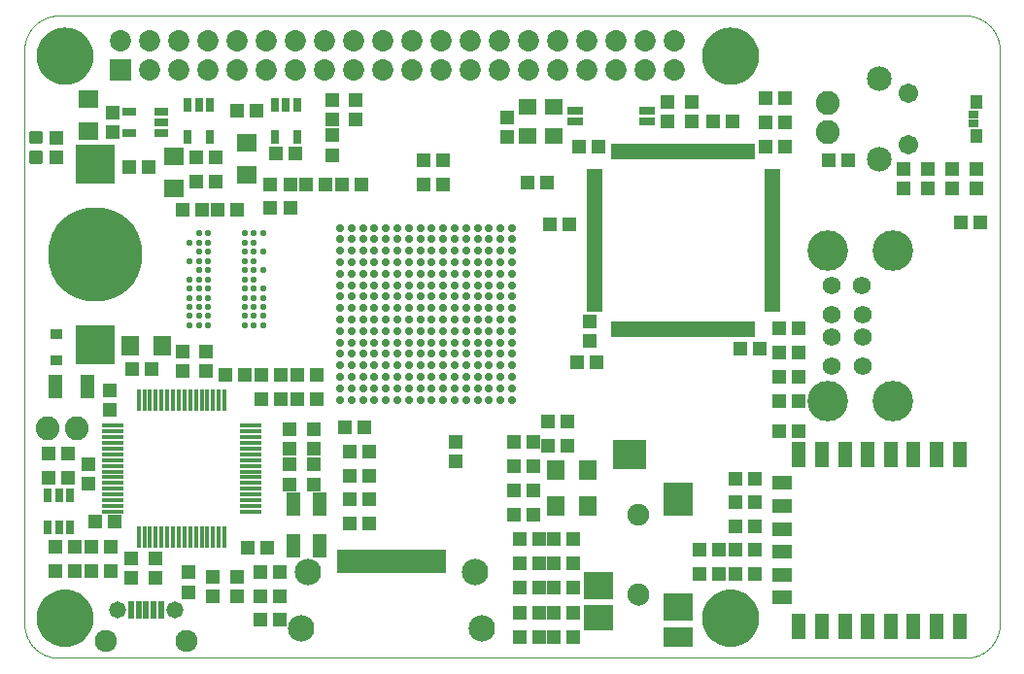
<source format=gts>
G75*
%MOIN*%
%OFA0B0*%
%FSLAX25Y25*%
%IPPOS*%
%LPD*%
%AMOC8*
5,1,8,0,0,1.08239X$1,22.5*
%
%ADD10C,0.00000*%
%ADD11C,0.11627*%
%ADD12C,0.04429*%
%ADD13C,0.06200*%
%ADD14C,0.13900*%
%ADD15R,0.01981X0.08280*%
%ADD16C,0.09068*%
%ADD17R,0.02375X0.06115*%
%ADD18C,0.05820*%
%ADD19C,0.07591*%
%ADD20R,0.05524X0.01981*%
%ADD21R,0.01981X0.05524*%
%ADD22R,0.01784X0.07493*%
%ADD23R,0.07493X0.01784*%
%ADD24R,0.07300X0.07300*%
%ADD25C,0.07300*%
%ADD26C,0.02769*%
%ADD27R,0.03162X0.05131*%
%ADD28R,0.10249X0.07099*%
%ADD29R,0.10249X0.11824*%
%ADD30R,0.10249X0.09461*%
%ADD31R,0.11824X0.10249*%
%ADD32R,0.10249X0.08674*%
%ADD33C,0.07493*%
%ADD34R,0.05131X0.04737*%
%ADD35R,0.04737X0.05131*%
%ADD36R,0.05131X0.08280*%
%ADD37C,0.08200*%
%ADD38C,0.01421*%
%ADD39R,0.04737X0.07887*%
%ADD40R,0.04068X0.03280*%
%ADD41R,0.05131X0.03162*%
%ADD42C,0.32296*%
%ADD43R,0.13300X0.13300*%
%ADD44R,0.05524X0.03162*%
%ADD45R,0.06312X0.07099*%
%ADD46C,0.02139*%
%ADD47R,0.04737X0.08674*%
%ADD48R,0.06706X0.04737*%
%ADD49R,0.03950X0.04737*%
%ADD50R,0.03359X0.02769*%
%ADD51C,0.06706*%
%ADD52C,0.08477*%
%ADD53R,0.05879X0.05682*%
%ADD54R,0.07099X0.06312*%
D10*
X0019904Y0016959D02*
X0019904Y0213809D01*
X0019907Y0214094D01*
X0019918Y0214380D01*
X0019935Y0214665D01*
X0019959Y0214949D01*
X0019990Y0215233D01*
X0020028Y0215516D01*
X0020073Y0215797D01*
X0020124Y0216078D01*
X0020182Y0216358D01*
X0020247Y0216636D01*
X0020319Y0216912D01*
X0020397Y0217186D01*
X0020482Y0217459D01*
X0020574Y0217729D01*
X0020672Y0217997D01*
X0020776Y0218263D01*
X0020887Y0218526D01*
X0021004Y0218786D01*
X0021127Y0219044D01*
X0021257Y0219298D01*
X0021393Y0219549D01*
X0021534Y0219797D01*
X0021682Y0220041D01*
X0021835Y0220282D01*
X0021995Y0220518D01*
X0022160Y0220751D01*
X0022330Y0220980D01*
X0022506Y0221205D01*
X0022688Y0221425D01*
X0022874Y0221641D01*
X0023066Y0221852D01*
X0023263Y0222059D01*
X0023465Y0222261D01*
X0023672Y0222458D01*
X0023883Y0222650D01*
X0024099Y0222836D01*
X0024319Y0223018D01*
X0024544Y0223194D01*
X0024773Y0223364D01*
X0025006Y0223529D01*
X0025242Y0223689D01*
X0025483Y0223842D01*
X0025727Y0223990D01*
X0025975Y0224131D01*
X0026226Y0224267D01*
X0026480Y0224397D01*
X0026738Y0224520D01*
X0026998Y0224637D01*
X0027261Y0224748D01*
X0027527Y0224852D01*
X0027795Y0224950D01*
X0028065Y0225042D01*
X0028338Y0225127D01*
X0028612Y0225205D01*
X0028888Y0225277D01*
X0029166Y0225342D01*
X0029446Y0225400D01*
X0029727Y0225451D01*
X0030008Y0225496D01*
X0030291Y0225534D01*
X0030575Y0225565D01*
X0030859Y0225589D01*
X0031144Y0225606D01*
X0031430Y0225617D01*
X0031715Y0225620D01*
X0342739Y0225620D01*
X0343024Y0225617D01*
X0343310Y0225606D01*
X0343595Y0225589D01*
X0343879Y0225565D01*
X0344163Y0225534D01*
X0344446Y0225496D01*
X0344727Y0225451D01*
X0345008Y0225400D01*
X0345288Y0225342D01*
X0345566Y0225277D01*
X0345842Y0225205D01*
X0346116Y0225127D01*
X0346389Y0225042D01*
X0346659Y0224950D01*
X0346927Y0224852D01*
X0347193Y0224748D01*
X0347456Y0224637D01*
X0347716Y0224520D01*
X0347974Y0224397D01*
X0348228Y0224267D01*
X0348479Y0224131D01*
X0348727Y0223990D01*
X0348971Y0223842D01*
X0349212Y0223689D01*
X0349448Y0223529D01*
X0349681Y0223364D01*
X0349910Y0223194D01*
X0350135Y0223018D01*
X0350355Y0222836D01*
X0350571Y0222650D01*
X0350782Y0222458D01*
X0350989Y0222261D01*
X0351191Y0222059D01*
X0351388Y0221852D01*
X0351580Y0221641D01*
X0351766Y0221425D01*
X0351948Y0221205D01*
X0352124Y0220980D01*
X0352294Y0220751D01*
X0352459Y0220518D01*
X0352619Y0220282D01*
X0352772Y0220041D01*
X0352920Y0219797D01*
X0353061Y0219549D01*
X0353197Y0219298D01*
X0353327Y0219044D01*
X0353450Y0218786D01*
X0353567Y0218526D01*
X0353678Y0218263D01*
X0353782Y0217997D01*
X0353880Y0217729D01*
X0353972Y0217459D01*
X0354057Y0217186D01*
X0354135Y0216912D01*
X0354207Y0216636D01*
X0354272Y0216358D01*
X0354330Y0216078D01*
X0354381Y0215797D01*
X0354426Y0215516D01*
X0354464Y0215233D01*
X0354495Y0214949D01*
X0354519Y0214665D01*
X0354536Y0214380D01*
X0354547Y0214094D01*
X0354550Y0213809D01*
X0354550Y0016959D01*
X0354547Y0016674D01*
X0354536Y0016388D01*
X0354519Y0016103D01*
X0354495Y0015819D01*
X0354464Y0015535D01*
X0354426Y0015252D01*
X0354381Y0014971D01*
X0354330Y0014690D01*
X0354272Y0014410D01*
X0354207Y0014132D01*
X0354135Y0013856D01*
X0354057Y0013582D01*
X0353972Y0013309D01*
X0353880Y0013039D01*
X0353782Y0012771D01*
X0353678Y0012505D01*
X0353567Y0012242D01*
X0353450Y0011982D01*
X0353327Y0011724D01*
X0353197Y0011470D01*
X0353061Y0011219D01*
X0352920Y0010971D01*
X0352772Y0010727D01*
X0352619Y0010486D01*
X0352459Y0010250D01*
X0352294Y0010017D01*
X0352124Y0009788D01*
X0351948Y0009563D01*
X0351766Y0009343D01*
X0351580Y0009127D01*
X0351388Y0008916D01*
X0351191Y0008709D01*
X0350989Y0008507D01*
X0350782Y0008310D01*
X0350571Y0008118D01*
X0350355Y0007932D01*
X0350135Y0007750D01*
X0349910Y0007574D01*
X0349681Y0007404D01*
X0349448Y0007239D01*
X0349212Y0007079D01*
X0348971Y0006926D01*
X0348727Y0006778D01*
X0348479Y0006637D01*
X0348228Y0006501D01*
X0347974Y0006371D01*
X0347716Y0006248D01*
X0347456Y0006131D01*
X0347193Y0006020D01*
X0346927Y0005916D01*
X0346659Y0005818D01*
X0346389Y0005726D01*
X0346116Y0005641D01*
X0345842Y0005563D01*
X0345566Y0005491D01*
X0345288Y0005426D01*
X0345008Y0005368D01*
X0344727Y0005317D01*
X0344446Y0005272D01*
X0344163Y0005234D01*
X0343879Y0005203D01*
X0343595Y0005179D01*
X0343310Y0005162D01*
X0343024Y0005151D01*
X0342739Y0005148D01*
X0031715Y0005148D01*
X0031430Y0005151D01*
X0031144Y0005162D01*
X0030859Y0005179D01*
X0030575Y0005203D01*
X0030291Y0005234D01*
X0030008Y0005272D01*
X0029727Y0005317D01*
X0029446Y0005368D01*
X0029166Y0005426D01*
X0028888Y0005491D01*
X0028612Y0005563D01*
X0028338Y0005641D01*
X0028065Y0005726D01*
X0027795Y0005818D01*
X0027527Y0005916D01*
X0027261Y0006020D01*
X0026998Y0006131D01*
X0026738Y0006248D01*
X0026480Y0006371D01*
X0026226Y0006501D01*
X0025975Y0006637D01*
X0025727Y0006778D01*
X0025483Y0006926D01*
X0025242Y0007079D01*
X0025006Y0007239D01*
X0024773Y0007404D01*
X0024544Y0007574D01*
X0024319Y0007750D01*
X0024099Y0007932D01*
X0023883Y0008118D01*
X0023672Y0008310D01*
X0023465Y0008507D01*
X0023263Y0008709D01*
X0023066Y0008916D01*
X0022874Y0009127D01*
X0022688Y0009343D01*
X0022506Y0009563D01*
X0022330Y0009788D01*
X0022160Y0010017D01*
X0021995Y0010250D01*
X0021835Y0010486D01*
X0021682Y0010727D01*
X0021534Y0010971D01*
X0021393Y0011219D01*
X0021257Y0011470D01*
X0021127Y0011724D01*
X0021004Y0011982D01*
X0020887Y0012242D01*
X0020776Y0012505D01*
X0020672Y0012771D01*
X0020574Y0013039D01*
X0020482Y0013309D01*
X0020397Y0013582D01*
X0020319Y0013856D01*
X0020247Y0014132D01*
X0020182Y0014410D01*
X0020124Y0014690D01*
X0020073Y0014971D01*
X0020028Y0015252D01*
X0019990Y0015535D01*
X0019959Y0015819D01*
X0019935Y0016103D01*
X0019918Y0016388D01*
X0019907Y0016674D01*
X0019904Y0016959D01*
X0028270Y0018927D02*
X0028272Y0019074D01*
X0028278Y0019220D01*
X0028288Y0019366D01*
X0028302Y0019512D01*
X0028320Y0019658D01*
X0028341Y0019803D01*
X0028367Y0019947D01*
X0028397Y0020091D01*
X0028430Y0020233D01*
X0028467Y0020375D01*
X0028508Y0020516D01*
X0028553Y0020655D01*
X0028602Y0020794D01*
X0028654Y0020931D01*
X0028711Y0021066D01*
X0028770Y0021200D01*
X0028834Y0021332D01*
X0028901Y0021462D01*
X0028971Y0021591D01*
X0029045Y0021718D01*
X0029122Y0021842D01*
X0029203Y0021965D01*
X0029287Y0022085D01*
X0029374Y0022203D01*
X0029464Y0022318D01*
X0029557Y0022431D01*
X0029654Y0022542D01*
X0029753Y0022650D01*
X0029855Y0022755D01*
X0029960Y0022857D01*
X0030068Y0022956D01*
X0030179Y0023053D01*
X0030292Y0023146D01*
X0030407Y0023236D01*
X0030525Y0023323D01*
X0030645Y0023407D01*
X0030768Y0023488D01*
X0030892Y0023565D01*
X0031019Y0023639D01*
X0031148Y0023709D01*
X0031278Y0023776D01*
X0031410Y0023840D01*
X0031544Y0023899D01*
X0031679Y0023956D01*
X0031816Y0024008D01*
X0031955Y0024057D01*
X0032094Y0024102D01*
X0032235Y0024143D01*
X0032377Y0024180D01*
X0032519Y0024213D01*
X0032663Y0024243D01*
X0032807Y0024269D01*
X0032952Y0024290D01*
X0033098Y0024308D01*
X0033244Y0024322D01*
X0033390Y0024332D01*
X0033536Y0024338D01*
X0033683Y0024340D01*
X0033830Y0024338D01*
X0033976Y0024332D01*
X0034122Y0024322D01*
X0034268Y0024308D01*
X0034414Y0024290D01*
X0034559Y0024269D01*
X0034703Y0024243D01*
X0034847Y0024213D01*
X0034989Y0024180D01*
X0035131Y0024143D01*
X0035272Y0024102D01*
X0035411Y0024057D01*
X0035550Y0024008D01*
X0035687Y0023956D01*
X0035822Y0023899D01*
X0035956Y0023840D01*
X0036088Y0023776D01*
X0036218Y0023709D01*
X0036347Y0023639D01*
X0036474Y0023565D01*
X0036598Y0023488D01*
X0036721Y0023407D01*
X0036841Y0023323D01*
X0036959Y0023236D01*
X0037074Y0023146D01*
X0037187Y0023053D01*
X0037298Y0022956D01*
X0037406Y0022857D01*
X0037511Y0022755D01*
X0037613Y0022650D01*
X0037712Y0022542D01*
X0037809Y0022431D01*
X0037902Y0022318D01*
X0037992Y0022203D01*
X0038079Y0022085D01*
X0038163Y0021965D01*
X0038244Y0021842D01*
X0038321Y0021718D01*
X0038395Y0021591D01*
X0038465Y0021462D01*
X0038532Y0021332D01*
X0038596Y0021200D01*
X0038655Y0021066D01*
X0038712Y0020931D01*
X0038764Y0020794D01*
X0038813Y0020655D01*
X0038858Y0020516D01*
X0038899Y0020375D01*
X0038936Y0020233D01*
X0038969Y0020091D01*
X0038999Y0019947D01*
X0039025Y0019803D01*
X0039046Y0019658D01*
X0039064Y0019512D01*
X0039078Y0019366D01*
X0039088Y0019220D01*
X0039094Y0019074D01*
X0039096Y0018927D01*
X0039094Y0018780D01*
X0039088Y0018634D01*
X0039078Y0018488D01*
X0039064Y0018342D01*
X0039046Y0018196D01*
X0039025Y0018051D01*
X0038999Y0017907D01*
X0038969Y0017763D01*
X0038936Y0017621D01*
X0038899Y0017479D01*
X0038858Y0017338D01*
X0038813Y0017199D01*
X0038764Y0017060D01*
X0038712Y0016923D01*
X0038655Y0016788D01*
X0038596Y0016654D01*
X0038532Y0016522D01*
X0038465Y0016392D01*
X0038395Y0016263D01*
X0038321Y0016136D01*
X0038244Y0016012D01*
X0038163Y0015889D01*
X0038079Y0015769D01*
X0037992Y0015651D01*
X0037902Y0015536D01*
X0037809Y0015423D01*
X0037712Y0015312D01*
X0037613Y0015204D01*
X0037511Y0015099D01*
X0037406Y0014997D01*
X0037298Y0014898D01*
X0037187Y0014801D01*
X0037074Y0014708D01*
X0036959Y0014618D01*
X0036841Y0014531D01*
X0036721Y0014447D01*
X0036598Y0014366D01*
X0036474Y0014289D01*
X0036347Y0014215D01*
X0036218Y0014145D01*
X0036088Y0014078D01*
X0035956Y0014014D01*
X0035822Y0013955D01*
X0035687Y0013898D01*
X0035550Y0013846D01*
X0035411Y0013797D01*
X0035272Y0013752D01*
X0035131Y0013711D01*
X0034989Y0013674D01*
X0034847Y0013641D01*
X0034703Y0013611D01*
X0034559Y0013585D01*
X0034414Y0013564D01*
X0034268Y0013546D01*
X0034122Y0013532D01*
X0033976Y0013522D01*
X0033830Y0013516D01*
X0033683Y0013514D01*
X0033536Y0013516D01*
X0033390Y0013522D01*
X0033244Y0013532D01*
X0033098Y0013546D01*
X0032952Y0013564D01*
X0032807Y0013585D01*
X0032663Y0013611D01*
X0032519Y0013641D01*
X0032377Y0013674D01*
X0032235Y0013711D01*
X0032094Y0013752D01*
X0031955Y0013797D01*
X0031816Y0013846D01*
X0031679Y0013898D01*
X0031544Y0013955D01*
X0031410Y0014014D01*
X0031278Y0014078D01*
X0031148Y0014145D01*
X0031019Y0014215D01*
X0030892Y0014289D01*
X0030768Y0014366D01*
X0030645Y0014447D01*
X0030525Y0014531D01*
X0030407Y0014618D01*
X0030292Y0014708D01*
X0030179Y0014801D01*
X0030068Y0014898D01*
X0029960Y0014997D01*
X0029855Y0015099D01*
X0029753Y0015204D01*
X0029654Y0015312D01*
X0029557Y0015423D01*
X0029464Y0015536D01*
X0029374Y0015651D01*
X0029287Y0015769D01*
X0029203Y0015889D01*
X0029122Y0016012D01*
X0029045Y0016136D01*
X0028971Y0016263D01*
X0028901Y0016392D01*
X0028834Y0016522D01*
X0028770Y0016654D01*
X0028711Y0016788D01*
X0028654Y0016923D01*
X0028602Y0017060D01*
X0028553Y0017199D01*
X0028508Y0017338D01*
X0028467Y0017479D01*
X0028430Y0017621D01*
X0028397Y0017763D01*
X0028367Y0017907D01*
X0028341Y0018051D01*
X0028320Y0018196D01*
X0028302Y0018342D01*
X0028288Y0018488D01*
X0028278Y0018634D01*
X0028272Y0018780D01*
X0028270Y0018927D01*
X0227188Y0026801D02*
X0227190Y0026916D01*
X0227196Y0027032D01*
X0227206Y0027147D01*
X0227220Y0027262D01*
X0227238Y0027376D01*
X0227260Y0027489D01*
X0227285Y0027602D01*
X0227315Y0027713D01*
X0227348Y0027824D01*
X0227385Y0027933D01*
X0227426Y0028041D01*
X0227471Y0028148D01*
X0227519Y0028253D01*
X0227571Y0028356D01*
X0227627Y0028457D01*
X0227686Y0028557D01*
X0227748Y0028654D01*
X0227814Y0028749D01*
X0227882Y0028842D01*
X0227954Y0028932D01*
X0228029Y0029020D01*
X0228108Y0029105D01*
X0228189Y0029187D01*
X0228272Y0029267D01*
X0228359Y0029343D01*
X0228448Y0029417D01*
X0228539Y0029487D01*
X0228633Y0029555D01*
X0228729Y0029619D01*
X0228828Y0029679D01*
X0228928Y0029736D01*
X0229030Y0029790D01*
X0229134Y0029840D01*
X0229240Y0029887D01*
X0229347Y0029930D01*
X0229456Y0029969D01*
X0229566Y0030004D01*
X0229677Y0030035D01*
X0229789Y0030063D01*
X0229902Y0030087D01*
X0230016Y0030107D01*
X0230131Y0030123D01*
X0230246Y0030135D01*
X0230361Y0030143D01*
X0230476Y0030147D01*
X0230592Y0030147D01*
X0230707Y0030143D01*
X0230822Y0030135D01*
X0230937Y0030123D01*
X0231052Y0030107D01*
X0231166Y0030087D01*
X0231279Y0030063D01*
X0231391Y0030035D01*
X0231502Y0030004D01*
X0231612Y0029969D01*
X0231721Y0029930D01*
X0231828Y0029887D01*
X0231934Y0029840D01*
X0232038Y0029790D01*
X0232140Y0029736D01*
X0232240Y0029679D01*
X0232339Y0029619D01*
X0232435Y0029555D01*
X0232529Y0029487D01*
X0232620Y0029417D01*
X0232709Y0029343D01*
X0232796Y0029267D01*
X0232879Y0029187D01*
X0232960Y0029105D01*
X0233039Y0029020D01*
X0233114Y0028932D01*
X0233186Y0028842D01*
X0233254Y0028749D01*
X0233320Y0028654D01*
X0233382Y0028557D01*
X0233441Y0028457D01*
X0233497Y0028356D01*
X0233549Y0028253D01*
X0233597Y0028148D01*
X0233642Y0028041D01*
X0233683Y0027933D01*
X0233720Y0027824D01*
X0233753Y0027713D01*
X0233783Y0027602D01*
X0233808Y0027489D01*
X0233830Y0027376D01*
X0233848Y0027262D01*
X0233862Y0027147D01*
X0233872Y0027032D01*
X0233878Y0026916D01*
X0233880Y0026801D01*
X0233878Y0026686D01*
X0233872Y0026570D01*
X0233862Y0026455D01*
X0233848Y0026340D01*
X0233830Y0026226D01*
X0233808Y0026113D01*
X0233783Y0026000D01*
X0233753Y0025889D01*
X0233720Y0025778D01*
X0233683Y0025669D01*
X0233642Y0025561D01*
X0233597Y0025454D01*
X0233549Y0025349D01*
X0233497Y0025246D01*
X0233441Y0025145D01*
X0233382Y0025045D01*
X0233320Y0024948D01*
X0233254Y0024853D01*
X0233186Y0024760D01*
X0233114Y0024670D01*
X0233039Y0024582D01*
X0232960Y0024497D01*
X0232879Y0024415D01*
X0232796Y0024335D01*
X0232709Y0024259D01*
X0232620Y0024185D01*
X0232529Y0024115D01*
X0232435Y0024047D01*
X0232339Y0023983D01*
X0232240Y0023923D01*
X0232140Y0023866D01*
X0232038Y0023812D01*
X0231934Y0023762D01*
X0231828Y0023715D01*
X0231721Y0023672D01*
X0231612Y0023633D01*
X0231502Y0023598D01*
X0231391Y0023567D01*
X0231279Y0023539D01*
X0231166Y0023515D01*
X0231052Y0023495D01*
X0230937Y0023479D01*
X0230822Y0023467D01*
X0230707Y0023459D01*
X0230592Y0023455D01*
X0230476Y0023455D01*
X0230361Y0023459D01*
X0230246Y0023467D01*
X0230131Y0023479D01*
X0230016Y0023495D01*
X0229902Y0023515D01*
X0229789Y0023539D01*
X0229677Y0023567D01*
X0229566Y0023598D01*
X0229456Y0023633D01*
X0229347Y0023672D01*
X0229240Y0023715D01*
X0229134Y0023762D01*
X0229030Y0023812D01*
X0228928Y0023866D01*
X0228828Y0023923D01*
X0228729Y0023983D01*
X0228633Y0024047D01*
X0228539Y0024115D01*
X0228448Y0024185D01*
X0228359Y0024259D01*
X0228272Y0024335D01*
X0228189Y0024415D01*
X0228108Y0024497D01*
X0228029Y0024582D01*
X0227954Y0024670D01*
X0227882Y0024760D01*
X0227814Y0024853D01*
X0227748Y0024948D01*
X0227686Y0025045D01*
X0227627Y0025145D01*
X0227571Y0025246D01*
X0227519Y0025349D01*
X0227471Y0025454D01*
X0227426Y0025561D01*
X0227385Y0025669D01*
X0227348Y0025778D01*
X0227315Y0025889D01*
X0227285Y0026000D01*
X0227260Y0026113D01*
X0227238Y0026226D01*
X0227220Y0026340D01*
X0227206Y0026455D01*
X0227196Y0026570D01*
X0227190Y0026686D01*
X0227188Y0026801D01*
X0256617Y0018927D02*
X0256619Y0019074D01*
X0256625Y0019220D01*
X0256635Y0019366D01*
X0256649Y0019512D01*
X0256667Y0019658D01*
X0256688Y0019803D01*
X0256714Y0019947D01*
X0256744Y0020091D01*
X0256777Y0020233D01*
X0256814Y0020375D01*
X0256855Y0020516D01*
X0256900Y0020655D01*
X0256949Y0020794D01*
X0257001Y0020931D01*
X0257058Y0021066D01*
X0257117Y0021200D01*
X0257181Y0021332D01*
X0257248Y0021462D01*
X0257318Y0021591D01*
X0257392Y0021718D01*
X0257469Y0021842D01*
X0257550Y0021965D01*
X0257634Y0022085D01*
X0257721Y0022203D01*
X0257811Y0022318D01*
X0257904Y0022431D01*
X0258001Y0022542D01*
X0258100Y0022650D01*
X0258202Y0022755D01*
X0258307Y0022857D01*
X0258415Y0022956D01*
X0258526Y0023053D01*
X0258639Y0023146D01*
X0258754Y0023236D01*
X0258872Y0023323D01*
X0258992Y0023407D01*
X0259115Y0023488D01*
X0259239Y0023565D01*
X0259366Y0023639D01*
X0259495Y0023709D01*
X0259625Y0023776D01*
X0259757Y0023840D01*
X0259891Y0023899D01*
X0260026Y0023956D01*
X0260163Y0024008D01*
X0260302Y0024057D01*
X0260441Y0024102D01*
X0260582Y0024143D01*
X0260724Y0024180D01*
X0260866Y0024213D01*
X0261010Y0024243D01*
X0261154Y0024269D01*
X0261299Y0024290D01*
X0261445Y0024308D01*
X0261591Y0024322D01*
X0261737Y0024332D01*
X0261883Y0024338D01*
X0262030Y0024340D01*
X0262177Y0024338D01*
X0262323Y0024332D01*
X0262469Y0024322D01*
X0262615Y0024308D01*
X0262761Y0024290D01*
X0262906Y0024269D01*
X0263050Y0024243D01*
X0263194Y0024213D01*
X0263336Y0024180D01*
X0263478Y0024143D01*
X0263619Y0024102D01*
X0263758Y0024057D01*
X0263897Y0024008D01*
X0264034Y0023956D01*
X0264169Y0023899D01*
X0264303Y0023840D01*
X0264435Y0023776D01*
X0264565Y0023709D01*
X0264694Y0023639D01*
X0264821Y0023565D01*
X0264945Y0023488D01*
X0265068Y0023407D01*
X0265188Y0023323D01*
X0265306Y0023236D01*
X0265421Y0023146D01*
X0265534Y0023053D01*
X0265645Y0022956D01*
X0265753Y0022857D01*
X0265858Y0022755D01*
X0265960Y0022650D01*
X0266059Y0022542D01*
X0266156Y0022431D01*
X0266249Y0022318D01*
X0266339Y0022203D01*
X0266426Y0022085D01*
X0266510Y0021965D01*
X0266591Y0021842D01*
X0266668Y0021718D01*
X0266742Y0021591D01*
X0266812Y0021462D01*
X0266879Y0021332D01*
X0266943Y0021200D01*
X0267002Y0021066D01*
X0267059Y0020931D01*
X0267111Y0020794D01*
X0267160Y0020655D01*
X0267205Y0020516D01*
X0267246Y0020375D01*
X0267283Y0020233D01*
X0267316Y0020091D01*
X0267346Y0019947D01*
X0267372Y0019803D01*
X0267393Y0019658D01*
X0267411Y0019512D01*
X0267425Y0019366D01*
X0267435Y0019220D01*
X0267441Y0019074D01*
X0267443Y0018927D01*
X0267441Y0018780D01*
X0267435Y0018634D01*
X0267425Y0018488D01*
X0267411Y0018342D01*
X0267393Y0018196D01*
X0267372Y0018051D01*
X0267346Y0017907D01*
X0267316Y0017763D01*
X0267283Y0017621D01*
X0267246Y0017479D01*
X0267205Y0017338D01*
X0267160Y0017199D01*
X0267111Y0017060D01*
X0267059Y0016923D01*
X0267002Y0016788D01*
X0266943Y0016654D01*
X0266879Y0016522D01*
X0266812Y0016392D01*
X0266742Y0016263D01*
X0266668Y0016136D01*
X0266591Y0016012D01*
X0266510Y0015889D01*
X0266426Y0015769D01*
X0266339Y0015651D01*
X0266249Y0015536D01*
X0266156Y0015423D01*
X0266059Y0015312D01*
X0265960Y0015204D01*
X0265858Y0015099D01*
X0265753Y0014997D01*
X0265645Y0014898D01*
X0265534Y0014801D01*
X0265421Y0014708D01*
X0265306Y0014618D01*
X0265188Y0014531D01*
X0265068Y0014447D01*
X0264945Y0014366D01*
X0264821Y0014289D01*
X0264694Y0014215D01*
X0264565Y0014145D01*
X0264435Y0014078D01*
X0264303Y0014014D01*
X0264169Y0013955D01*
X0264034Y0013898D01*
X0263897Y0013846D01*
X0263758Y0013797D01*
X0263619Y0013752D01*
X0263478Y0013711D01*
X0263336Y0013674D01*
X0263194Y0013641D01*
X0263050Y0013611D01*
X0262906Y0013585D01*
X0262761Y0013564D01*
X0262615Y0013546D01*
X0262469Y0013532D01*
X0262323Y0013522D01*
X0262177Y0013516D01*
X0262030Y0013514D01*
X0261883Y0013516D01*
X0261737Y0013522D01*
X0261591Y0013532D01*
X0261445Y0013546D01*
X0261299Y0013564D01*
X0261154Y0013585D01*
X0261010Y0013611D01*
X0260866Y0013641D01*
X0260724Y0013674D01*
X0260582Y0013711D01*
X0260441Y0013752D01*
X0260302Y0013797D01*
X0260163Y0013846D01*
X0260026Y0013898D01*
X0259891Y0013955D01*
X0259757Y0014014D01*
X0259625Y0014078D01*
X0259495Y0014145D01*
X0259366Y0014215D01*
X0259239Y0014289D01*
X0259115Y0014366D01*
X0258992Y0014447D01*
X0258872Y0014531D01*
X0258754Y0014618D01*
X0258639Y0014708D01*
X0258526Y0014801D01*
X0258415Y0014898D01*
X0258307Y0014997D01*
X0258202Y0015099D01*
X0258100Y0015204D01*
X0258001Y0015312D01*
X0257904Y0015423D01*
X0257811Y0015536D01*
X0257721Y0015651D01*
X0257634Y0015769D01*
X0257550Y0015889D01*
X0257469Y0016012D01*
X0257392Y0016136D01*
X0257318Y0016263D01*
X0257248Y0016392D01*
X0257181Y0016522D01*
X0257117Y0016654D01*
X0257058Y0016788D01*
X0257001Y0016923D01*
X0256949Y0017060D01*
X0256900Y0017199D01*
X0256855Y0017338D01*
X0256814Y0017479D01*
X0256777Y0017621D01*
X0256744Y0017763D01*
X0256714Y0017907D01*
X0256688Y0018051D01*
X0256667Y0018196D01*
X0256649Y0018342D01*
X0256635Y0018488D01*
X0256625Y0018634D01*
X0256619Y0018780D01*
X0256617Y0018927D01*
X0227188Y0054360D02*
X0227190Y0054475D01*
X0227196Y0054591D01*
X0227206Y0054706D01*
X0227220Y0054821D01*
X0227238Y0054935D01*
X0227260Y0055048D01*
X0227285Y0055161D01*
X0227315Y0055272D01*
X0227348Y0055383D01*
X0227385Y0055492D01*
X0227426Y0055600D01*
X0227471Y0055707D01*
X0227519Y0055812D01*
X0227571Y0055915D01*
X0227627Y0056016D01*
X0227686Y0056116D01*
X0227748Y0056213D01*
X0227814Y0056308D01*
X0227882Y0056401D01*
X0227954Y0056491D01*
X0228029Y0056579D01*
X0228108Y0056664D01*
X0228189Y0056746D01*
X0228272Y0056826D01*
X0228359Y0056902D01*
X0228448Y0056976D01*
X0228539Y0057046D01*
X0228633Y0057114D01*
X0228729Y0057178D01*
X0228828Y0057238D01*
X0228928Y0057295D01*
X0229030Y0057349D01*
X0229134Y0057399D01*
X0229240Y0057446D01*
X0229347Y0057489D01*
X0229456Y0057528D01*
X0229566Y0057563D01*
X0229677Y0057594D01*
X0229789Y0057622D01*
X0229902Y0057646D01*
X0230016Y0057666D01*
X0230131Y0057682D01*
X0230246Y0057694D01*
X0230361Y0057702D01*
X0230476Y0057706D01*
X0230592Y0057706D01*
X0230707Y0057702D01*
X0230822Y0057694D01*
X0230937Y0057682D01*
X0231052Y0057666D01*
X0231166Y0057646D01*
X0231279Y0057622D01*
X0231391Y0057594D01*
X0231502Y0057563D01*
X0231612Y0057528D01*
X0231721Y0057489D01*
X0231828Y0057446D01*
X0231934Y0057399D01*
X0232038Y0057349D01*
X0232140Y0057295D01*
X0232240Y0057238D01*
X0232339Y0057178D01*
X0232435Y0057114D01*
X0232529Y0057046D01*
X0232620Y0056976D01*
X0232709Y0056902D01*
X0232796Y0056826D01*
X0232879Y0056746D01*
X0232960Y0056664D01*
X0233039Y0056579D01*
X0233114Y0056491D01*
X0233186Y0056401D01*
X0233254Y0056308D01*
X0233320Y0056213D01*
X0233382Y0056116D01*
X0233441Y0056016D01*
X0233497Y0055915D01*
X0233549Y0055812D01*
X0233597Y0055707D01*
X0233642Y0055600D01*
X0233683Y0055492D01*
X0233720Y0055383D01*
X0233753Y0055272D01*
X0233783Y0055161D01*
X0233808Y0055048D01*
X0233830Y0054935D01*
X0233848Y0054821D01*
X0233862Y0054706D01*
X0233872Y0054591D01*
X0233878Y0054475D01*
X0233880Y0054360D01*
X0233878Y0054245D01*
X0233872Y0054129D01*
X0233862Y0054014D01*
X0233848Y0053899D01*
X0233830Y0053785D01*
X0233808Y0053672D01*
X0233783Y0053559D01*
X0233753Y0053448D01*
X0233720Y0053337D01*
X0233683Y0053228D01*
X0233642Y0053120D01*
X0233597Y0053013D01*
X0233549Y0052908D01*
X0233497Y0052805D01*
X0233441Y0052704D01*
X0233382Y0052604D01*
X0233320Y0052507D01*
X0233254Y0052412D01*
X0233186Y0052319D01*
X0233114Y0052229D01*
X0233039Y0052141D01*
X0232960Y0052056D01*
X0232879Y0051974D01*
X0232796Y0051894D01*
X0232709Y0051818D01*
X0232620Y0051744D01*
X0232529Y0051674D01*
X0232435Y0051606D01*
X0232339Y0051542D01*
X0232240Y0051482D01*
X0232140Y0051425D01*
X0232038Y0051371D01*
X0231934Y0051321D01*
X0231828Y0051274D01*
X0231721Y0051231D01*
X0231612Y0051192D01*
X0231502Y0051157D01*
X0231391Y0051126D01*
X0231279Y0051098D01*
X0231166Y0051074D01*
X0231052Y0051054D01*
X0230937Y0051038D01*
X0230822Y0051026D01*
X0230707Y0051018D01*
X0230592Y0051014D01*
X0230476Y0051014D01*
X0230361Y0051018D01*
X0230246Y0051026D01*
X0230131Y0051038D01*
X0230016Y0051054D01*
X0229902Y0051074D01*
X0229789Y0051098D01*
X0229677Y0051126D01*
X0229566Y0051157D01*
X0229456Y0051192D01*
X0229347Y0051231D01*
X0229240Y0051274D01*
X0229134Y0051321D01*
X0229030Y0051371D01*
X0228928Y0051425D01*
X0228828Y0051482D01*
X0228729Y0051542D01*
X0228633Y0051606D01*
X0228539Y0051674D01*
X0228448Y0051744D01*
X0228359Y0051818D01*
X0228272Y0051894D01*
X0228189Y0051974D01*
X0228108Y0052056D01*
X0228029Y0052141D01*
X0227954Y0052229D01*
X0227882Y0052319D01*
X0227814Y0052412D01*
X0227748Y0052507D01*
X0227686Y0052604D01*
X0227627Y0052704D01*
X0227571Y0052805D01*
X0227519Y0052908D01*
X0227471Y0053013D01*
X0227426Y0053120D01*
X0227385Y0053228D01*
X0227348Y0053337D01*
X0227315Y0053448D01*
X0227285Y0053559D01*
X0227260Y0053672D01*
X0227238Y0053785D01*
X0227220Y0053899D01*
X0227206Y0054014D01*
X0227196Y0054129D01*
X0227190Y0054245D01*
X0227188Y0054360D01*
X0256617Y0211841D02*
X0256619Y0211988D01*
X0256625Y0212134D01*
X0256635Y0212280D01*
X0256649Y0212426D01*
X0256667Y0212572D01*
X0256688Y0212717D01*
X0256714Y0212861D01*
X0256744Y0213005D01*
X0256777Y0213147D01*
X0256814Y0213289D01*
X0256855Y0213430D01*
X0256900Y0213569D01*
X0256949Y0213708D01*
X0257001Y0213845D01*
X0257058Y0213980D01*
X0257117Y0214114D01*
X0257181Y0214246D01*
X0257248Y0214376D01*
X0257318Y0214505D01*
X0257392Y0214632D01*
X0257469Y0214756D01*
X0257550Y0214879D01*
X0257634Y0214999D01*
X0257721Y0215117D01*
X0257811Y0215232D01*
X0257904Y0215345D01*
X0258001Y0215456D01*
X0258100Y0215564D01*
X0258202Y0215669D01*
X0258307Y0215771D01*
X0258415Y0215870D01*
X0258526Y0215967D01*
X0258639Y0216060D01*
X0258754Y0216150D01*
X0258872Y0216237D01*
X0258992Y0216321D01*
X0259115Y0216402D01*
X0259239Y0216479D01*
X0259366Y0216553D01*
X0259495Y0216623D01*
X0259625Y0216690D01*
X0259757Y0216754D01*
X0259891Y0216813D01*
X0260026Y0216870D01*
X0260163Y0216922D01*
X0260302Y0216971D01*
X0260441Y0217016D01*
X0260582Y0217057D01*
X0260724Y0217094D01*
X0260866Y0217127D01*
X0261010Y0217157D01*
X0261154Y0217183D01*
X0261299Y0217204D01*
X0261445Y0217222D01*
X0261591Y0217236D01*
X0261737Y0217246D01*
X0261883Y0217252D01*
X0262030Y0217254D01*
X0262177Y0217252D01*
X0262323Y0217246D01*
X0262469Y0217236D01*
X0262615Y0217222D01*
X0262761Y0217204D01*
X0262906Y0217183D01*
X0263050Y0217157D01*
X0263194Y0217127D01*
X0263336Y0217094D01*
X0263478Y0217057D01*
X0263619Y0217016D01*
X0263758Y0216971D01*
X0263897Y0216922D01*
X0264034Y0216870D01*
X0264169Y0216813D01*
X0264303Y0216754D01*
X0264435Y0216690D01*
X0264565Y0216623D01*
X0264694Y0216553D01*
X0264821Y0216479D01*
X0264945Y0216402D01*
X0265068Y0216321D01*
X0265188Y0216237D01*
X0265306Y0216150D01*
X0265421Y0216060D01*
X0265534Y0215967D01*
X0265645Y0215870D01*
X0265753Y0215771D01*
X0265858Y0215669D01*
X0265960Y0215564D01*
X0266059Y0215456D01*
X0266156Y0215345D01*
X0266249Y0215232D01*
X0266339Y0215117D01*
X0266426Y0214999D01*
X0266510Y0214879D01*
X0266591Y0214756D01*
X0266668Y0214632D01*
X0266742Y0214505D01*
X0266812Y0214376D01*
X0266879Y0214246D01*
X0266943Y0214114D01*
X0267002Y0213980D01*
X0267059Y0213845D01*
X0267111Y0213708D01*
X0267160Y0213569D01*
X0267205Y0213430D01*
X0267246Y0213289D01*
X0267283Y0213147D01*
X0267316Y0213005D01*
X0267346Y0212861D01*
X0267372Y0212717D01*
X0267393Y0212572D01*
X0267411Y0212426D01*
X0267425Y0212280D01*
X0267435Y0212134D01*
X0267441Y0211988D01*
X0267443Y0211841D01*
X0267441Y0211694D01*
X0267435Y0211548D01*
X0267425Y0211402D01*
X0267411Y0211256D01*
X0267393Y0211110D01*
X0267372Y0210965D01*
X0267346Y0210821D01*
X0267316Y0210677D01*
X0267283Y0210535D01*
X0267246Y0210393D01*
X0267205Y0210252D01*
X0267160Y0210113D01*
X0267111Y0209974D01*
X0267059Y0209837D01*
X0267002Y0209702D01*
X0266943Y0209568D01*
X0266879Y0209436D01*
X0266812Y0209306D01*
X0266742Y0209177D01*
X0266668Y0209050D01*
X0266591Y0208926D01*
X0266510Y0208803D01*
X0266426Y0208683D01*
X0266339Y0208565D01*
X0266249Y0208450D01*
X0266156Y0208337D01*
X0266059Y0208226D01*
X0265960Y0208118D01*
X0265858Y0208013D01*
X0265753Y0207911D01*
X0265645Y0207812D01*
X0265534Y0207715D01*
X0265421Y0207622D01*
X0265306Y0207532D01*
X0265188Y0207445D01*
X0265068Y0207361D01*
X0264945Y0207280D01*
X0264821Y0207203D01*
X0264694Y0207129D01*
X0264565Y0207059D01*
X0264435Y0206992D01*
X0264303Y0206928D01*
X0264169Y0206869D01*
X0264034Y0206812D01*
X0263897Y0206760D01*
X0263758Y0206711D01*
X0263619Y0206666D01*
X0263478Y0206625D01*
X0263336Y0206588D01*
X0263194Y0206555D01*
X0263050Y0206525D01*
X0262906Y0206499D01*
X0262761Y0206478D01*
X0262615Y0206460D01*
X0262469Y0206446D01*
X0262323Y0206436D01*
X0262177Y0206430D01*
X0262030Y0206428D01*
X0261883Y0206430D01*
X0261737Y0206436D01*
X0261591Y0206446D01*
X0261445Y0206460D01*
X0261299Y0206478D01*
X0261154Y0206499D01*
X0261010Y0206525D01*
X0260866Y0206555D01*
X0260724Y0206588D01*
X0260582Y0206625D01*
X0260441Y0206666D01*
X0260302Y0206711D01*
X0260163Y0206760D01*
X0260026Y0206812D01*
X0259891Y0206869D01*
X0259757Y0206928D01*
X0259625Y0206992D01*
X0259495Y0207059D01*
X0259366Y0207129D01*
X0259239Y0207203D01*
X0259115Y0207280D01*
X0258992Y0207361D01*
X0258872Y0207445D01*
X0258754Y0207532D01*
X0258639Y0207622D01*
X0258526Y0207715D01*
X0258415Y0207812D01*
X0258307Y0207911D01*
X0258202Y0208013D01*
X0258100Y0208118D01*
X0258001Y0208226D01*
X0257904Y0208337D01*
X0257811Y0208450D01*
X0257721Y0208565D01*
X0257634Y0208683D01*
X0257550Y0208803D01*
X0257469Y0208926D01*
X0257392Y0209050D01*
X0257318Y0209177D01*
X0257248Y0209306D01*
X0257181Y0209436D01*
X0257117Y0209568D01*
X0257058Y0209702D01*
X0257001Y0209837D01*
X0256949Y0209974D01*
X0256900Y0210113D01*
X0256855Y0210252D01*
X0256814Y0210393D01*
X0256777Y0210535D01*
X0256744Y0210677D01*
X0256714Y0210821D01*
X0256688Y0210965D01*
X0256667Y0211110D01*
X0256649Y0211256D01*
X0256635Y0211402D01*
X0256625Y0211548D01*
X0256619Y0211694D01*
X0256617Y0211841D01*
X0028270Y0211841D02*
X0028272Y0211988D01*
X0028278Y0212134D01*
X0028288Y0212280D01*
X0028302Y0212426D01*
X0028320Y0212572D01*
X0028341Y0212717D01*
X0028367Y0212861D01*
X0028397Y0213005D01*
X0028430Y0213147D01*
X0028467Y0213289D01*
X0028508Y0213430D01*
X0028553Y0213569D01*
X0028602Y0213708D01*
X0028654Y0213845D01*
X0028711Y0213980D01*
X0028770Y0214114D01*
X0028834Y0214246D01*
X0028901Y0214376D01*
X0028971Y0214505D01*
X0029045Y0214632D01*
X0029122Y0214756D01*
X0029203Y0214879D01*
X0029287Y0214999D01*
X0029374Y0215117D01*
X0029464Y0215232D01*
X0029557Y0215345D01*
X0029654Y0215456D01*
X0029753Y0215564D01*
X0029855Y0215669D01*
X0029960Y0215771D01*
X0030068Y0215870D01*
X0030179Y0215967D01*
X0030292Y0216060D01*
X0030407Y0216150D01*
X0030525Y0216237D01*
X0030645Y0216321D01*
X0030768Y0216402D01*
X0030892Y0216479D01*
X0031019Y0216553D01*
X0031148Y0216623D01*
X0031278Y0216690D01*
X0031410Y0216754D01*
X0031544Y0216813D01*
X0031679Y0216870D01*
X0031816Y0216922D01*
X0031955Y0216971D01*
X0032094Y0217016D01*
X0032235Y0217057D01*
X0032377Y0217094D01*
X0032519Y0217127D01*
X0032663Y0217157D01*
X0032807Y0217183D01*
X0032952Y0217204D01*
X0033098Y0217222D01*
X0033244Y0217236D01*
X0033390Y0217246D01*
X0033536Y0217252D01*
X0033683Y0217254D01*
X0033830Y0217252D01*
X0033976Y0217246D01*
X0034122Y0217236D01*
X0034268Y0217222D01*
X0034414Y0217204D01*
X0034559Y0217183D01*
X0034703Y0217157D01*
X0034847Y0217127D01*
X0034989Y0217094D01*
X0035131Y0217057D01*
X0035272Y0217016D01*
X0035411Y0216971D01*
X0035550Y0216922D01*
X0035687Y0216870D01*
X0035822Y0216813D01*
X0035956Y0216754D01*
X0036088Y0216690D01*
X0036218Y0216623D01*
X0036347Y0216553D01*
X0036474Y0216479D01*
X0036598Y0216402D01*
X0036721Y0216321D01*
X0036841Y0216237D01*
X0036959Y0216150D01*
X0037074Y0216060D01*
X0037187Y0215967D01*
X0037298Y0215870D01*
X0037406Y0215771D01*
X0037511Y0215669D01*
X0037613Y0215564D01*
X0037712Y0215456D01*
X0037809Y0215345D01*
X0037902Y0215232D01*
X0037992Y0215117D01*
X0038079Y0214999D01*
X0038163Y0214879D01*
X0038244Y0214756D01*
X0038321Y0214632D01*
X0038395Y0214505D01*
X0038465Y0214376D01*
X0038532Y0214246D01*
X0038596Y0214114D01*
X0038655Y0213980D01*
X0038712Y0213845D01*
X0038764Y0213708D01*
X0038813Y0213569D01*
X0038858Y0213430D01*
X0038899Y0213289D01*
X0038936Y0213147D01*
X0038969Y0213005D01*
X0038999Y0212861D01*
X0039025Y0212717D01*
X0039046Y0212572D01*
X0039064Y0212426D01*
X0039078Y0212280D01*
X0039088Y0212134D01*
X0039094Y0211988D01*
X0039096Y0211841D01*
X0039094Y0211694D01*
X0039088Y0211548D01*
X0039078Y0211402D01*
X0039064Y0211256D01*
X0039046Y0211110D01*
X0039025Y0210965D01*
X0038999Y0210821D01*
X0038969Y0210677D01*
X0038936Y0210535D01*
X0038899Y0210393D01*
X0038858Y0210252D01*
X0038813Y0210113D01*
X0038764Y0209974D01*
X0038712Y0209837D01*
X0038655Y0209702D01*
X0038596Y0209568D01*
X0038532Y0209436D01*
X0038465Y0209306D01*
X0038395Y0209177D01*
X0038321Y0209050D01*
X0038244Y0208926D01*
X0038163Y0208803D01*
X0038079Y0208683D01*
X0037992Y0208565D01*
X0037902Y0208450D01*
X0037809Y0208337D01*
X0037712Y0208226D01*
X0037613Y0208118D01*
X0037511Y0208013D01*
X0037406Y0207911D01*
X0037298Y0207812D01*
X0037187Y0207715D01*
X0037074Y0207622D01*
X0036959Y0207532D01*
X0036841Y0207445D01*
X0036721Y0207361D01*
X0036598Y0207280D01*
X0036474Y0207203D01*
X0036347Y0207129D01*
X0036218Y0207059D01*
X0036088Y0206992D01*
X0035956Y0206928D01*
X0035822Y0206869D01*
X0035687Y0206812D01*
X0035550Y0206760D01*
X0035411Y0206711D01*
X0035272Y0206666D01*
X0035131Y0206625D01*
X0034989Y0206588D01*
X0034847Y0206555D01*
X0034703Y0206525D01*
X0034559Y0206499D01*
X0034414Y0206478D01*
X0034268Y0206460D01*
X0034122Y0206446D01*
X0033976Y0206436D01*
X0033830Y0206430D01*
X0033683Y0206428D01*
X0033536Y0206430D01*
X0033390Y0206436D01*
X0033244Y0206446D01*
X0033098Y0206460D01*
X0032952Y0206478D01*
X0032807Y0206499D01*
X0032663Y0206525D01*
X0032519Y0206555D01*
X0032377Y0206588D01*
X0032235Y0206625D01*
X0032094Y0206666D01*
X0031955Y0206711D01*
X0031816Y0206760D01*
X0031679Y0206812D01*
X0031544Y0206869D01*
X0031410Y0206928D01*
X0031278Y0206992D01*
X0031148Y0207059D01*
X0031019Y0207129D01*
X0030892Y0207203D01*
X0030768Y0207280D01*
X0030645Y0207361D01*
X0030525Y0207445D01*
X0030407Y0207532D01*
X0030292Y0207622D01*
X0030179Y0207715D01*
X0030068Y0207812D01*
X0029960Y0207911D01*
X0029855Y0208013D01*
X0029753Y0208118D01*
X0029654Y0208226D01*
X0029557Y0208337D01*
X0029464Y0208450D01*
X0029374Y0208565D01*
X0029287Y0208683D01*
X0029203Y0208803D01*
X0029122Y0208926D01*
X0029045Y0209050D01*
X0028971Y0209177D01*
X0028901Y0209306D01*
X0028834Y0209436D01*
X0028770Y0209568D01*
X0028711Y0209702D01*
X0028654Y0209837D01*
X0028602Y0209974D01*
X0028553Y0210113D01*
X0028508Y0210252D01*
X0028467Y0210393D01*
X0028430Y0210535D01*
X0028397Y0210677D01*
X0028367Y0210821D01*
X0028341Y0210965D01*
X0028320Y0211110D01*
X0028302Y0211256D01*
X0028288Y0211402D01*
X0028278Y0211548D01*
X0028272Y0211694D01*
X0028270Y0211841D01*
D11*
X0033683Y0211841D03*
X0262030Y0211841D03*
X0262030Y0018927D03*
X0033683Y0018927D03*
D12*
X0026055Y0018927D02*
X0026057Y0019114D01*
X0026064Y0019301D01*
X0026076Y0019488D01*
X0026092Y0019675D01*
X0026112Y0019861D01*
X0026138Y0020046D01*
X0026167Y0020231D01*
X0026202Y0020415D01*
X0026240Y0020598D01*
X0026284Y0020780D01*
X0026331Y0020961D01*
X0026383Y0021141D01*
X0026440Y0021320D01*
X0026501Y0021497D01*
X0026566Y0021672D01*
X0026636Y0021846D01*
X0026709Y0022018D01*
X0026787Y0022188D01*
X0026869Y0022357D01*
X0026956Y0022523D01*
X0027046Y0022687D01*
X0027140Y0022849D01*
X0027238Y0023008D01*
X0027341Y0023165D01*
X0027446Y0023319D01*
X0027556Y0023471D01*
X0027669Y0023620D01*
X0027786Y0023766D01*
X0027907Y0023909D01*
X0028031Y0024050D01*
X0028158Y0024187D01*
X0028289Y0024321D01*
X0028423Y0024452D01*
X0028560Y0024579D01*
X0028701Y0024703D01*
X0028844Y0024824D01*
X0028990Y0024941D01*
X0029139Y0025054D01*
X0029291Y0025164D01*
X0029445Y0025269D01*
X0029602Y0025372D01*
X0029761Y0025470D01*
X0029923Y0025564D01*
X0030087Y0025654D01*
X0030253Y0025741D01*
X0030422Y0025823D01*
X0030592Y0025901D01*
X0030764Y0025974D01*
X0030938Y0026044D01*
X0031113Y0026109D01*
X0031290Y0026170D01*
X0031469Y0026227D01*
X0031649Y0026279D01*
X0031830Y0026326D01*
X0032012Y0026370D01*
X0032195Y0026408D01*
X0032379Y0026443D01*
X0032564Y0026472D01*
X0032749Y0026498D01*
X0032935Y0026518D01*
X0033122Y0026534D01*
X0033309Y0026546D01*
X0033496Y0026553D01*
X0033683Y0026555D01*
X0033870Y0026553D01*
X0034057Y0026546D01*
X0034244Y0026534D01*
X0034431Y0026518D01*
X0034617Y0026498D01*
X0034802Y0026472D01*
X0034987Y0026443D01*
X0035171Y0026408D01*
X0035354Y0026370D01*
X0035536Y0026326D01*
X0035717Y0026279D01*
X0035897Y0026227D01*
X0036076Y0026170D01*
X0036253Y0026109D01*
X0036428Y0026044D01*
X0036602Y0025974D01*
X0036774Y0025901D01*
X0036944Y0025823D01*
X0037113Y0025741D01*
X0037279Y0025654D01*
X0037443Y0025564D01*
X0037605Y0025470D01*
X0037764Y0025372D01*
X0037921Y0025269D01*
X0038075Y0025164D01*
X0038227Y0025054D01*
X0038376Y0024941D01*
X0038522Y0024824D01*
X0038665Y0024703D01*
X0038806Y0024579D01*
X0038943Y0024452D01*
X0039077Y0024321D01*
X0039208Y0024187D01*
X0039335Y0024050D01*
X0039459Y0023909D01*
X0039580Y0023766D01*
X0039697Y0023620D01*
X0039810Y0023471D01*
X0039920Y0023319D01*
X0040025Y0023165D01*
X0040128Y0023008D01*
X0040226Y0022849D01*
X0040320Y0022687D01*
X0040410Y0022523D01*
X0040497Y0022357D01*
X0040579Y0022188D01*
X0040657Y0022018D01*
X0040730Y0021846D01*
X0040800Y0021672D01*
X0040865Y0021497D01*
X0040926Y0021320D01*
X0040983Y0021141D01*
X0041035Y0020961D01*
X0041082Y0020780D01*
X0041126Y0020598D01*
X0041164Y0020415D01*
X0041199Y0020231D01*
X0041228Y0020046D01*
X0041254Y0019861D01*
X0041274Y0019675D01*
X0041290Y0019488D01*
X0041302Y0019301D01*
X0041309Y0019114D01*
X0041311Y0018927D01*
X0041309Y0018740D01*
X0041302Y0018553D01*
X0041290Y0018366D01*
X0041274Y0018179D01*
X0041254Y0017993D01*
X0041228Y0017808D01*
X0041199Y0017623D01*
X0041164Y0017439D01*
X0041126Y0017256D01*
X0041082Y0017074D01*
X0041035Y0016893D01*
X0040983Y0016713D01*
X0040926Y0016534D01*
X0040865Y0016357D01*
X0040800Y0016182D01*
X0040730Y0016008D01*
X0040657Y0015836D01*
X0040579Y0015666D01*
X0040497Y0015497D01*
X0040410Y0015331D01*
X0040320Y0015167D01*
X0040226Y0015005D01*
X0040128Y0014846D01*
X0040025Y0014689D01*
X0039920Y0014535D01*
X0039810Y0014383D01*
X0039697Y0014234D01*
X0039580Y0014088D01*
X0039459Y0013945D01*
X0039335Y0013804D01*
X0039208Y0013667D01*
X0039077Y0013533D01*
X0038943Y0013402D01*
X0038806Y0013275D01*
X0038665Y0013151D01*
X0038522Y0013030D01*
X0038376Y0012913D01*
X0038227Y0012800D01*
X0038075Y0012690D01*
X0037921Y0012585D01*
X0037764Y0012482D01*
X0037605Y0012384D01*
X0037443Y0012290D01*
X0037279Y0012200D01*
X0037113Y0012113D01*
X0036944Y0012031D01*
X0036774Y0011953D01*
X0036602Y0011880D01*
X0036428Y0011810D01*
X0036253Y0011745D01*
X0036076Y0011684D01*
X0035897Y0011627D01*
X0035717Y0011575D01*
X0035536Y0011528D01*
X0035354Y0011484D01*
X0035171Y0011446D01*
X0034987Y0011411D01*
X0034802Y0011382D01*
X0034617Y0011356D01*
X0034431Y0011336D01*
X0034244Y0011320D01*
X0034057Y0011308D01*
X0033870Y0011301D01*
X0033683Y0011299D01*
X0033496Y0011301D01*
X0033309Y0011308D01*
X0033122Y0011320D01*
X0032935Y0011336D01*
X0032749Y0011356D01*
X0032564Y0011382D01*
X0032379Y0011411D01*
X0032195Y0011446D01*
X0032012Y0011484D01*
X0031830Y0011528D01*
X0031649Y0011575D01*
X0031469Y0011627D01*
X0031290Y0011684D01*
X0031113Y0011745D01*
X0030938Y0011810D01*
X0030764Y0011880D01*
X0030592Y0011953D01*
X0030422Y0012031D01*
X0030253Y0012113D01*
X0030087Y0012200D01*
X0029923Y0012290D01*
X0029761Y0012384D01*
X0029602Y0012482D01*
X0029445Y0012585D01*
X0029291Y0012690D01*
X0029139Y0012800D01*
X0028990Y0012913D01*
X0028844Y0013030D01*
X0028701Y0013151D01*
X0028560Y0013275D01*
X0028423Y0013402D01*
X0028289Y0013533D01*
X0028158Y0013667D01*
X0028031Y0013804D01*
X0027907Y0013945D01*
X0027786Y0014088D01*
X0027669Y0014234D01*
X0027556Y0014383D01*
X0027446Y0014535D01*
X0027341Y0014689D01*
X0027238Y0014846D01*
X0027140Y0015005D01*
X0027046Y0015167D01*
X0026956Y0015331D01*
X0026869Y0015497D01*
X0026787Y0015666D01*
X0026709Y0015836D01*
X0026636Y0016008D01*
X0026566Y0016182D01*
X0026501Y0016357D01*
X0026440Y0016534D01*
X0026383Y0016713D01*
X0026331Y0016893D01*
X0026284Y0017074D01*
X0026240Y0017256D01*
X0026202Y0017439D01*
X0026167Y0017623D01*
X0026138Y0017808D01*
X0026112Y0017993D01*
X0026092Y0018179D01*
X0026076Y0018366D01*
X0026064Y0018553D01*
X0026057Y0018740D01*
X0026055Y0018927D01*
X0254402Y0018927D02*
X0254404Y0019114D01*
X0254411Y0019301D01*
X0254423Y0019488D01*
X0254439Y0019675D01*
X0254459Y0019861D01*
X0254485Y0020046D01*
X0254514Y0020231D01*
X0254549Y0020415D01*
X0254587Y0020598D01*
X0254631Y0020780D01*
X0254678Y0020961D01*
X0254730Y0021141D01*
X0254787Y0021320D01*
X0254848Y0021497D01*
X0254913Y0021672D01*
X0254983Y0021846D01*
X0255056Y0022018D01*
X0255134Y0022188D01*
X0255216Y0022357D01*
X0255303Y0022523D01*
X0255393Y0022687D01*
X0255487Y0022849D01*
X0255585Y0023008D01*
X0255688Y0023165D01*
X0255793Y0023319D01*
X0255903Y0023471D01*
X0256016Y0023620D01*
X0256133Y0023766D01*
X0256254Y0023909D01*
X0256378Y0024050D01*
X0256505Y0024187D01*
X0256636Y0024321D01*
X0256770Y0024452D01*
X0256907Y0024579D01*
X0257048Y0024703D01*
X0257191Y0024824D01*
X0257337Y0024941D01*
X0257486Y0025054D01*
X0257638Y0025164D01*
X0257792Y0025269D01*
X0257949Y0025372D01*
X0258108Y0025470D01*
X0258270Y0025564D01*
X0258434Y0025654D01*
X0258600Y0025741D01*
X0258769Y0025823D01*
X0258939Y0025901D01*
X0259111Y0025974D01*
X0259285Y0026044D01*
X0259460Y0026109D01*
X0259637Y0026170D01*
X0259816Y0026227D01*
X0259996Y0026279D01*
X0260177Y0026326D01*
X0260359Y0026370D01*
X0260542Y0026408D01*
X0260726Y0026443D01*
X0260911Y0026472D01*
X0261096Y0026498D01*
X0261282Y0026518D01*
X0261469Y0026534D01*
X0261656Y0026546D01*
X0261843Y0026553D01*
X0262030Y0026555D01*
X0262217Y0026553D01*
X0262404Y0026546D01*
X0262591Y0026534D01*
X0262778Y0026518D01*
X0262964Y0026498D01*
X0263149Y0026472D01*
X0263334Y0026443D01*
X0263518Y0026408D01*
X0263701Y0026370D01*
X0263883Y0026326D01*
X0264064Y0026279D01*
X0264244Y0026227D01*
X0264423Y0026170D01*
X0264600Y0026109D01*
X0264775Y0026044D01*
X0264949Y0025974D01*
X0265121Y0025901D01*
X0265291Y0025823D01*
X0265460Y0025741D01*
X0265626Y0025654D01*
X0265790Y0025564D01*
X0265952Y0025470D01*
X0266111Y0025372D01*
X0266268Y0025269D01*
X0266422Y0025164D01*
X0266574Y0025054D01*
X0266723Y0024941D01*
X0266869Y0024824D01*
X0267012Y0024703D01*
X0267153Y0024579D01*
X0267290Y0024452D01*
X0267424Y0024321D01*
X0267555Y0024187D01*
X0267682Y0024050D01*
X0267806Y0023909D01*
X0267927Y0023766D01*
X0268044Y0023620D01*
X0268157Y0023471D01*
X0268267Y0023319D01*
X0268372Y0023165D01*
X0268475Y0023008D01*
X0268573Y0022849D01*
X0268667Y0022687D01*
X0268757Y0022523D01*
X0268844Y0022357D01*
X0268926Y0022188D01*
X0269004Y0022018D01*
X0269077Y0021846D01*
X0269147Y0021672D01*
X0269212Y0021497D01*
X0269273Y0021320D01*
X0269330Y0021141D01*
X0269382Y0020961D01*
X0269429Y0020780D01*
X0269473Y0020598D01*
X0269511Y0020415D01*
X0269546Y0020231D01*
X0269575Y0020046D01*
X0269601Y0019861D01*
X0269621Y0019675D01*
X0269637Y0019488D01*
X0269649Y0019301D01*
X0269656Y0019114D01*
X0269658Y0018927D01*
X0269656Y0018740D01*
X0269649Y0018553D01*
X0269637Y0018366D01*
X0269621Y0018179D01*
X0269601Y0017993D01*
X0269575Y0017808D01*
X0269546Y0017623D01*
X0269511Y0017439D01*
X0269473Y0017256D01*
X0269429Y0017074D01*
X0269382Y0016893D01*
X0269330Y0016713D01*
X0269273Y0016534D01*
X0269212Y0016357D01*
X0269147Y0016182D01*
X0269077Y0016008D01*
X0269004Y0015836D01*
X0268926Y0015666D01*
X0268844Y0015497D01*
X0268757Y0015331D01*
X0268667Y0015167D01*
X0268573Y0015005D01*
X0268475Y0014846D01*
X0268372Y0014689D01*
X0268267Y0014535D01*
X0268157Y0014383D01*
X0268044Y0014234D01*
X0267927Y0014088D01*
X0267806Y0013945D01*
X0267682Y0013804D01*
X0267555Y0013667D01*
X0267424Y0013533D01*
X0267290Y0013402D01*
X0267153Y0013275D01*
X0267012Y0013151D01*
X0266869Y0013030D01*
X0266723Y0012913D01*
X0266574Y0012800D01*
X0266422Y0012690D01*
X0266268Y0012585D01*
X0266111Y0012482D01*
X0265952Y0012384D01*
X0265790Y0012290D01*
X0265626Y0012200D01*
X0265460Y0012113D01*
X0265291Y0012031D01*
X0265121Y0011953D01*
X0264949Y0011880D01*
X0264775Y0011810D01*
X0264600Y0011745D01*
X0264423Y0011684D01*
X0264244Y0011627D01*
X0264064Y0011575D01*
X0263883Y0011528D01*
X0263701Y0011484D01*
X0263518Y0011446D01*
X0263334Y0011411D01*
X0263149Y0011382D01*
X0262964Y0011356D01*
X0262778Y0011336D01*
X0262591Y0011320D01*
X0262404Y0011308D01*
X0262217Y0011301D01*
X0262030Y0011299D01*
X0261843Y0011301D01*
X0261656Y0011308D01*
X0261469Y0011320D01*
X0261282Y0011336D01*
X0261096Y0011356D01*
X0260911Y0011382D01*
X0260726Y0011411D01*
X0260542Y0011446D01*
X0260359Y0011484D01*
X0260177Y0011528D01*
X0259996Y0011575D01*
X0259816Y0011627D01*
X0259637Y0011684D01*
X0259460Y0011745D01*
X0259285Y0011810D01*
X0259111Y0011880D01*
X0258939Y0011953D01*
X0258769Y0012031D01*
X0258600Y0012113D01*
X0258434Y0012200D01*
X0258270Y0012290D01*
X0258108Y0012384D01*
X0257949Y0012482D01*
X0257792Y0012585D01*
X0257638Y0012690D01*
X0257486Y0012800D01*
X0257337Y0012913D01*
X0257191Y0013030D01*
X0257048Y0013151D01*
X0256907Y0013275D01*
X0256770Y0013402D01*
X0256636Y0013533D01*
X0256505Y0013667D01*
X0256378Y0013804D01*
X0256254Y0013945D01*
X0256133Y0014088D01*
X0256016Y0014234D01*
X0255903Y0014383D01*
X0255793Y0014535D01*
X0255688Y0014689D01*
X0255585Y0014846D01*
X0255487Y0015005D01*
X0255393Y0015167D01*
X0255303Y0015331D01*
X0255216Y0015497D01*
X0255134Y0015666D01*
X0255056Y0015836D01*
X0254983Y0016008D01*
X0254913Y0016182D01*
X0254848Y0016357D01*
X0254787Y0016534D01*
X0254730Y0016713D01*
X0254678Y0016893D01*
X0254631Y0017074D01*
X0254587Y0017256D01*
X0254549Y0017439D01*
X0254514Y0017623D01*
X0254485Y0017808D01*
X0254459Y0017993D01*
X0254439Y0018179D01*
X0254423Y0018366D01*
X0254411Y0018553D01*
X0254404Y0018740D01*
X0254402Y0018927D01*
X0254402Y0211841D02*
X0254404Y0212028D01*
X0254411Y0212215D01*
X0254423Y0212402D01*
X0254439Y0212589D01*
X0254459Y0212775D01*
X0254485Y0212960D01*
X0254514Y0213145D01*
X0254549Y0213329D01*
X0254587Y0213512D01*
X0254631Y0213694D01*
X0254678Y0213875D01*
X0254730Y0214055D01*
X0254787Y0214234D01*
X0254848Y0214411D01*
X0254913Y0214586D01*
X0254983Y0214760D01*
X0255056Y0214932D01*
X0255134Y0215102D01*
X0255216Y0215271D01*
X0255303Y0215437D01*
X0255393Y0215601D01*
X0255487Y0215763D01*
X0255585Y0215922D01*
X0255688Y0216079D01*
X0255793Y0216233D01*
X0255903Y0216385D01*
X0256016Y0216534D01*
X0256133Y0216680D01*
X0256254Y0216823D01*
X0256378Y0216964D01*
X0256505Y0217101D01*
X0256636Y0217235D01*
X0256770Y0217366D01*
X0256907Y0217493D01*
X0257048Y0217617D01*
X0257191Y0217738D01*
X0257337Y0217855D01*
X0257486Y0217968D01*
X0257638Y0218078D01*
X0257792Y0218183D01*
X0257949Y0218286D01*
X0258108Y0218384D01*
X0258270Y0218478D01*
X0258434Y0218568D01*
X0258600Y0218655D01*
X0258769Y0218737D01*
X0258939Y0218815D01*
X0259111Y0218888D01*
X0259285Y0218958D01*
X0259460Y0219023D01*
X0259637Y0219084D01*
X0259816Y0219141D01*
X0259996Y0219193D01*
X0260177Y0219240D01*
X0260359Y0219284D01*
X0260542Y0219322D01*
X0260726Y0219357D01*
X0260911Y0219386D01*
X0261096Y0219412D01*
X0261282Y0219432D01*
X0261469Y0219448D01*
X0261656Y0219460D01*
X0261843Y0219467D01*
X0262030Y0219469D01*
X0262217Y0219467D01*
X0262404Y0219460D01*
X0262591Y0219448D01*
X0262778Y0219432D01*
X0262964Y0219412D01*
X0263149Y0219386D01*
X0263334Y0219357D01*
X0263518Y0219322D01*
X0263701Y0219284D01*
X0263883Y0219240D01*
X0264064Y0219193D01*
X0264244Y0219141D01*
X0264423Y0219084D01*
X0264600Y0219023D01*
X0264775Y0218958D01*
X0264949Y0218888D01*
X0265121Y0218815D01*
X0265291Y0218737D01*
X0265460Y0218655D01*
X0265626Y0218568D01*
X0265790Y0218478D01*
X0265952Y0218384D01*
X0266111Y0218286D01*
X0266268Y0218183D01*
X0266422Y0218078D01*
X0266574Y0217968D01*
X0266723Y0217855D01*
X0266869Y0217738D01*
X0267012Y0217617D01*
X0267153Y0217493D01*
X0267290Y0217366D01*
X0267424Y0217235D01*
X0267555Y0217101D01*
X0267682Y0216964D01*
X0267806Y0216823D01*
X0267927Y0216680D01*
X0268044Y0216534D01*
X0268157Y0216385D01*
X0268267Y0216233D01*
X0268372Y0216079D01*
X0268475Y0215922D01*
X0268573Y0215763D01*
X0268667Y0215601D01*
X0268757Y0215437D01*
X0268844Y0215271D01*
X0268926Y0215102D01*
X0269004Y0214932D01*
X0269077Y0214760D01*
X0269147Y0214586D01*
X0269212Y0214411D01*
X0269273Y0214234D01*
X0269330Y0214055D01*
X0269382Y0213875D01*
X0269429Y0213694D01*
X0269473Y0213512D01*
X0269511Y0213329D01*
X0269546Y0213145D01*
X0269575Y0212960D01*
X0269601Y0212775D01*
X0269621Y0212589D01*
X0269637Y0212402D01*
X0269649Y0212215D01*
X0269656Y0212028D01*
X0269658Y0211841D01*
X0269656Y0211654D01*
X0269649Y0211467D01*
X0269637Y0211280D01*
X0269621Y0211093D01*
X0269601Y0210907D01*
X0269575Y0210722D01*
X0269546Y0210537D01*
X0269511Y0210353D01*
X0269473Y0210170D01*
X0269429Y0209988D01*
X0269382Y0209807D01*
X0269330Y0209627D01*
X0269273Y0209448D01*
X0269212Y0209271D01*
X0269147Y0209096D01*
X0269077Y0208922D01*
X0269004Y0208750D01*
X0268926Y0208580D01*
X0268844Y0208411D01*
X0268757Y0208245D01*
X0268667Y0208081D01*
X0268573Y0207919D01*
X0268475Y0207760D01*
X0268372Y0207603D01*
X0268267Y0207449D01*
X0268157Y0207297D01*
X0268044Y0207148D01*
X0267927Y0207002D01*
X0267806Y0206859D01*
X0267682Y0206718D01*
X0267555Y0206581D01*
X0267424Y0206447D01*
X0267290Y0206316D01*
X0267153Y0206189D01*
X0267012Y0206065D01*
X0266869Y0205944D01*
X0266723Y0205827D01*
X0266574Y0205714D01*
X0266422Y0205604D01*
X0266268Y0205499D01*
X0266111Y0205396D01*
X0265952Y0205298D01*
X0265790Y0205204D01*
X0265626Y0205114D01*
X0265460Y0205027D01*
X0265291Y0204945D01*
X0265121Y0204867D01*
X0264949Y0204794D01*
X0264775Y0204724D01*
X0264600Y0204659D01*
X0264423Y0204598D01*
X0264244Y0204541D01*
X0264064Y0204489D01*
X0263883Y0204442D01*
X0263701Y0204398D01*
X0263518Y0204360D01*
X0263334Y0204325D01*
X0263149Y0204296D01*
X0262964Y0204270D01*
X0262778Y0204250D01*
X0262591Y0204234D01*
X0262404Y0204222D01*
X0262217Y0204215D01*
X0262030Y0204213D01*
X0261843Y0204215D01*
X0261656Y0204222D01*
X0261469Y0204234D01*
X0261282Y0204250D01*
X0261096Y0204270D01*
X0260911Y0204296D01*
X0260726Y0204325D01*
X0260542Y0204360D01*
X0260359Y0204398D01*
X0260177Y0204442D01*
X0259996Y0204489D01*
X0259816Y0204541D01*
X0259637Y0204598D01*
X0259460Y0204659D01*
X0259285Y0204724D01*
X0259111Y0204794D01*
X0258939Y0204867D01*
X0258769Y0204945D01*
X0258600Y0205027D01*
X0258434Y0205114D01*
X0258270Y0205204D01*
X0258108Y0205298D01*
X0257949Y0205396D01*
X0257792Y0205499D01*
X0257638Y0205604D01*
X0257486Y0205714D01*
X0257337Y0205827D01*
X0257191Y0205944D01*
X0257048Y0206065D01*
X0256907Y0206189D01*
X0256770Y0206316D01*
X0256636Y0206447D01*
X0256505Y0206581D01*
X0256378Y0206718D01*
X0256254Y0206859D01*
X0256133Y0207002D01*
X0256016Y0207148D01*
X0255903Y0207297D01*
X0255793Y0207449D01*
X0255688Y0207603D01*
X0255585Y0207760D01*
X0255487Y0207919D01*
X0255393Y0208081D01*
X0255303Y0208245D01*
X0255216Y0208411D01*
X0255134Y0208580D01*
X0255056Y0208750D01*
X0254983Y0208922D01*
X0254913Y0209096D01*
X0254848Y0209271D01*
X0254787Y0209448D01*
X0254730Y0209627D01*
X0254678Y0209807D01*
X0254631Y0209988D01*
X0254587Y0210170D01*
X0254549Y0210353D01*
X0254514Y0210537D01*
X0254485Y0210722D01*
X0254459Y0210907D01*
X0254439Y0211093D01*
X0254423Y0211280D01*
X0254411Y0211467D01*
X0254404Y0211654D01*
X0254402Y0211841D01*
X0026055Y0211841D02*
X0026057Y0212028D01*
X0026064Y0212215D01*
X0026076Y0212402D01*
X0026092Y0212589D01*
X0026112Y0212775D01*
X0026138Y0212960D01*
X0026167Y0213145D01*
X0026202Y0213329D01*
X0026240Y0213512D01*
X0026284Y0213694D01*
X0026331Y0213875D01*
X0026383Y0214055D01*
X0026440Y0214234D01*
X0026501Y0214411D01*
X0026566Y0214586D01*
X0026636Y0214760D01*
X0026709Y0214932D01*
X0026787Y0215102D01*
X0026869Y0215271D01*
X0026956Y0215437D01*
X0027046Y0215601D01*
X0027140Y0215763D01*
X0027238Y0215922D01*
X0027341Y0216079D01*
X0027446Y0216233D01*
X0027556Y0216385D01*
X0027669Y0216534D01*
X0027786Y0216680D01*
X0027907Y0216823D01*
X0028031Y0216964D01*
X0028158Y0217101D01*
X0028289Y0217235D01*
X0028423Y0217366D01*
X0028560Y0217493D01*
X0028701Y0217617D01*
X0028844Y0217738D01*
X0028990Y0217855D01*
X0029139Y0217968D01*
X0029291Y0218078D01*
X0029445Y0218183D01*
X0029602Y0218286D01*
X0029761Y0218384D01*
X0029923Y0218478D01*
X0030087Y0218568D01*
X0030253Y0218655D01*
X0030422Y0218737D01*
X0030592Y0218815D01*
X0030764Y0218888D01*
X0030938Y0218958D01*
X0031113Y0219023D01*
X0031290Y0219084D01*
X0031469Y0219141D01*
X0031649Y0219193D01*
X0031830Y0219240D01*
X0032012Y0219284D01*
X0032195Y0219322D01*
X0032379Y0219357D01*
X0032564Y0219386D01*
X0032749Y0219412D01*
X0032935Y0219432D01*
X0033122Y0219448D01*
X0033309Y0219460D01*
X0033496Y0219467D01*
X0033683Y0219469D01*
X0033870Y0219467D01*
X0034057Y0219460D01*
X0034244Y0219448D01*
X0034431Y0219432D01*
X0034617Y0219412D01*
X0034802Y0219386D01*
X0034987Y0219357D01*
X0035171Y0219322D01*
X0035354Y0219284D01*
X0035536Y0219240D01*
X0035717Y0219193D01*
X0035897Y0219141D01*
X0036076Y0219084D01*
X0036253Y0219023D01*
X0036428Y0218958D01*
X0036602Y0218888D01*
X0036774Y0218815D01*
X0036944Y0218737D01*
X0037113Y0218655D01*
X0037279Y0218568D01*
X0037443Y0218478D01*
X0037605Y0218384D01*
X0037764Y0218286D01*
X0037921Y0218183D01*
X0038075Y0218078D01*
X0038227Y0217968D01*
X0038376Y0217855D01*
X0038522Y0217738D01*
X0038665Y0217617D01*
X0038806Y0217493D01*
X0038943Y0217366D01*
X0039077Y0217235D01*
X0039208Y0217101D01*
X0039335Y0216964D01*
X0039459Y0216823D01*
X0039580Y0216680D01*
X0039697Y0216534D01*
X0039810Y0216385D01*
X0039920Y0216233D01*
X0040025Y0216079D01*
X0040128Y0215922D01*
X0040226Y0215763D01*
X0040320Y0215601D01*
X0040410Y0215437D01*
X0040497Y0215271D01*
X0040579Y0215102D01*
X0040657Y0214932D01*
X0040730Y0214760D01*
X0040800Y0214586D01*
X0040865Y0214411D01*
X0040926Y0214234D01*
X0040983Y0214055D01*
X0041035Y0213875D01*
X0041082Y0213694D01*
X0041126Y0213512D01*
X0041164Y0213329D01*
X0041199Y0213145D01*
X0041228Y0212960D01*
X0041254Y0212775D01*
X0041274Y0212589D01*
X0041290Y0212402D01*
X0041302Y0212215D01*
X0041309Y0212028D01*
X0041311Y0211841D01*
X0041309Y0211654D01*
X0041302Y0211467D01*
X0041290Y0211280D01*
X0041274Y0211093D01*
X0041254Y0210907D01*
X0041228Y0210722D01*
X0041199Y0210537D01*
X0041164Y0210353D01*
X0041126Y0210170D01*
X0041082Y0209988D01*
X0041035Y0209807D01*
X0040983Y0209627D01*
X0040926Y0209448D01*
X0040865Y0209271D01*
X0040800Y0209096D01*
X0040730Y0208922D01*
X0040657Y0208750D01*
X0040579Y0208580D01*
X0040497Y0208411D01*
X0040410Y0208245D01*
X0040320Y0208081D01*
X0040226Y0207919D01*
X0040128Y0207760D01*
X0040025Y0207603D01*
X0039920Y0207449D01*
X0039810Y0207297D01*
X0039697Y0207148D01*
X0039580Y0207002D01*
X0039459Y0206859D01*
X0039335Y0206718D01*
X0039208Y0206581D01*
X0039077Y0206447D01*
X0038943Y0206316D01*
X0038806Y0206189D01*
X0038665Y0206065D01*
X0038522Y0205944D01*
X0038376Y0205827D01*
X0038227Y0205714D01*
X0038075Y0205604D01*
X0037921Y0205499D01*
X0037764Y0205396D01*
X0037605Y0205298D01*
X0037443Y0205204D01*
X0037279Y0205114D01*
X0037113Y0205027D01*
X0036944Y0204945D01*
X0036774Y0204867D01*
X0036602Y0204794D01*
X0036428Y0204724D01*
X0036253Y0204659D01*
X0036076Y0204598D01*
X0035897Y0204541D01*
X0035717Y0204489D01*
X0035536Y0204442D01*
X0035354Y0204398D01*
X0035171Y0204360D01*
X0034987Y0204325D01*
X0034802Y0204296D01*
X0034617Y0204270D01*
X0034431Y0204250D01*
X0034244Y0204234D01*
X0034057Y0204222D01*
X0033870Y0204215D01*
X0033683Y0204213D01*
X0033496Y0204215D01*
X0033309Y0204222D01*
X0033122Y0204234D01*
X0032935Y0204250D01*
X0032749Y0204270D01*
X0032564Y0204296D01*
X0032379Y0204325D01*
X0032195Y0204360D01*
X0032012Y0204398D01*
X0031830Y0204442D01*
X0031649Y0204489D01*
X0031469Y0204541D01*
X0031290Y0204598D01*
X0031113Y0204659D01*
X0030938Y0204724D01*
X0030764Y0204794D01*
X0030592Y0204867D01*
X0030422Y0204945D01*
X0030253Y0205027D01*
X0030087Y0205114D01*
X0029923Y0205204D01*
X0029761Y0205298D01*
X0029602Y0205396D01*
X0029445Y0205499D01*
X0029291Y0205604D01*
X0029139Y0205714D01*
X0028990Y0205827D01*
X0028844Y0205944D01*
X0028701Y0206065D01*
X0028560Y0206189D01*
X0028423Y0206316D01*
X0028289Y0206447D01*
X0028158Y0206581D01*
X0028031Y0206718D01*
X0027907Y0206859D01*
X0027786Y0207002D01*
X0027669Y0207148D01*
X0027556Y0207297D01*
X0027446Y0207449D01*
X0027341Y0207603D01*
X0027238Y0207760D01*
X0027140Y0207919D01*
X0027046Y0208081D01*
X0026956Y0208245D01*
X0026869Y0208411D01*
X0026787Y0208580D01*
X0026709Y0208750D01*
X0026636Y0208922D01*
X0026566Y0209096D01*
X0026501Y0209271D01*
X0026440Y0209448D01*
X0026383Y0209627D01*
X0026331Y0209807D01*
X0026284Y0209988D01*
X0026240Y0210170D01*
X0026202Y0210353D01*
X0026167Y0210537D01*
X0026138Y0210722D01*
X0026112Y0210907D01*
X0026092Y0211093D01*
X0026076Y0211280D01*
X0026064Y0211467D01*
X0026057Y0211654D01*
X0026055Y0211841D01*
D13*
X0296951Y0132904D03*
X0307266Y0132904D03*
X0307413Y0123061D03*
X0296951Y0123061D03*
X0296951Y0115187D03*
X0307413Y0115187D03*
X0307413Y0105344D03*
X0296951Y0105344D03*
D14*
X0295573Y0093337D03*
X0317935Y0093337D03*
X0317935Y0144911D03*
X0295573Y0144911D03*
D15*
X0163605Y0038455D03*
X0161636Y0038455D03*
X0159668Y0038455D03*
X0157699Y0038455D03*
X0155731Y0038455D03*
X0153762Y0038455D03*
X0151794Y0038455D03*
X0149825Y0038455D03*
X0147857Y0038455D03*
X0145888Y0038455D03*
X0143920Y0038455D03*
X0141951Y0038455D03*
X0139983Y0038455D03*
X0138014Y0038455D03*
X0136046Y0038455D03*
X0134077Y0038455D03*
X0132109Y0038455D03*
X0130140Y0038455D03*
X0128172Y0038455D03*
D16*
X0117345Y0034715D03*
X0114983Y0015423D03*
X0174431Y0034715D03*
X0176794Y0015423D03*
D17*
X0066754Y0021486D03*
X0064195Y0021486D03*
X0061636Y0021486D03*
X0059077Y0021486D03*
X0056518Y0021486D03*
D18*
X0051794Y0021486D03*
X0071479Y0021486D03*
D19*
X0075416Y0010856D03*
X0047857Y0010856D03*
D20*
X0215376Y0124833D03*
X0215376Y0126801D03*
X0215376Y0128770D03*
X0215376Y0130738D03*
X0215376Y0132707D03*
X0215376Y0134675D03*
X0215376Y0136644D03*
X0215376Y0138612D03*
X0215376Y0140581D03*
X0215376Y0142549D03*
X0215376Y0144518D03*
X0215376Y0146486D03*
X0215376Y0148455D03*
X0215376Y0150423D03*
X0215376Y0152392D03*
X0215376Y0154360D03*
X0215376Y0156329D03*
X0215376Y0158297D03*
X0215376Y0160266D03*
X0215376Y0162234D03*
X0215376Y0164203D03*
X0215376Y0166171D03*
X0215376Y0168140D03*
X0215376Y0170108D03*
X0215376Y0172077D03*
X0276400Y0172077D03*
X0276400Y0170108D03*
X0276400Y0168140D03*
X0276400Y0166171D03*
X0276400Y0164203D03*
X0276400Y0162234D03*
X0276400Y0160266D03*
X0276400Y0158297D03*
X0276400Y0156329D03*
X0276400Y0154360D03*
X0276400Y0152392D03*
X0276400Y0150423D03*
X0276400Y0148455D03*
X0276400Y0146486D03*
X0276400Y0144518D03*
X0276400Y0142549D03*
X0276400Y0140581D03*
X0276400Y0138612D03*
X0276400Y0136644D03*
X0276400Y0134675D03*
X0276400Y0132707D03*
X0276400Y0130738D03*
X0276400Y0128770D03*
X0276400Y0126801D03*
X0276400Y0124833D03*
D21*
X0269510Y0117943D03*
X0267542Y0117943D03*
X0265573Y0117943D03*
X0263605Y0117943D03*
X0261636Y0117943D03*
X0259668Y0117943D03*
X0257699Y0117943D03*
X0255731Y0117943D03*
X0253762Y0117943D03*
X0251794Y0117943D03*
X0249825Y0117943D03*
X0247857Y0117943D03*
X0245888Y0117943D03*
X0243920Y0117943D03*
X0241951Y0117943D03*
X0239983Y0117943D03*
X0238014Y0117943D03*
X0236046Y0117943D03*
X0234077Y0117943D03*
X0232109Y0117943D03*
X0230140Y0117943D03*
X0228172Y0117943D03*
X0226203Y0117943D03*
X0224235Y0117943D03*
X0222266Y0117943D03*
X0222266Y0178967D03*
X0224235Y0178967D03*
X0226203Y0178967D03*
X0228172Y0178967D03*
X0230140Y0178967D03*
X0232109Y0178967D03*
X0234077Y0178967D03*
X0236046Y0178967D03*
X0238014Y0178967D03*
X0239983Y0178967D03*
X0241951Y0178967D03*
X0243920Y0178967D03*
X0245888Y0178967D03*
X0247857Y0178967D03*
X0249825Y0178967D03*
X0251794Y0178967D03*
X0253762Y0178967D03*
X0255731Y0178967D03*
X0257699Y0178967D03*
X0259668Y0178967D03*
X0261636Y0178967D03*
X0263605Y0178967D03*
X0265573Y0178967D03*
X0267542Y0178967D03*
X0269510Y0178967D03*
D22*
X0088605Y0093731D03*
X0086636Y0093731D03*
X0084668Y0093731D03*
X0082699Y0093731D03*
X0080731Y0093731D03*
X0078762Y0093731D03*
X0076793Y0093731D03*
X0074825Y0093731D03*
X0072856Y0093731D03*
X0070888Y0093731D03*
X0068919Y0093731D03*
X0066951Y0093731D03*
X0064982Y0093731D03*
X0063014Y0093731D03*
X0061045Y0093731D03*
X0059077Y0093731D03*
X0059077Y0046486D03*
X0061045Y0046486D03*
X0063014Y0046486D03*
X0064982Y0046486D03*
X0066951Y0046486D03*
X0068919Y0046486D03*
X0070888Y0046486D03*
X0072856Y0046486D03*
X0074825Y0046486D03*
X0076793Y0046486D03*
X0078762Y0046486D03*
X0080730Y0046486D03*
X0082699Y0046486D03*
X0084668Y0046486D03*
X0086636Y0046486D03*
X0088605Y0046486D03*
D23*
X0097463Y0055344D03*
X0097463Y0057313D03*
X0097463Y0059281D03*
X0097463Y0061250D03*
X0097463Y0063219D03*
X0097463Y0065187D03*
X0097463Y0067156D03*
X0097463Y0069124D03*
X0097463Y0071093D03*
X0097463Y0073049D03*
X0097463Y0075017D03*
X0097463Y0076986D03*
X0097463Y0078954D03*
X0097463Y0080923D03*
X0097463Y0082891D03*
X0097463Y0084860D03*
X0050219Y0084872D03*
X0050219Y0082903D03*
X0050219Y0080935D03*
X0050219Y0078967D03*
X0050219Y0076998D03*
X0050219Y0075030D03*
X0050219Y0073061D03*
X0050219Y0071093D03*
X0050219Y0069124D03*
X0050219Y0067156D03*
X0050219Y0065187D03*
X0050219Y0063219D03*
X0050219Y0061250D03*
X0050219Y0059282D03*
X0050219Y0057313D03*
X0050219Y0055344D03*
D24*
X0052857Y0206841D03*
D25*
X0062857Y0206841D03*
X0072857Y0206841D03*
X0082857Y0206841D03*
X0092857Y0206841D03*
X0102857Y0206841D03*
X0112857Y0206841D03*
X0122857Y0206841D03*
X0132857Y0206841D03*
X0142857Y0206841D03*
X0152857Y0206841D03*
X0162857Y0206841D03*
X0172857Y0206841D03*
X0182857Y0206841D03*
X0192857Y0206841D03*
X0202857Y0206841D03*
X0212857Y0206841D03*
X0222857Y0206841D03*
X0232857Y0206841D03*
X0242857Y0206841D03*
X0242857Y0216841D03*
X0232857Y0216841D03*
X0222857Y0216841D03*
X0212857Y0216841D03*
X0202857Y0216841D03*
X0192857Y0216841D03*
X0182857Y0216841D03*
X0172857Y0216841D03*
X0162857Y0216841D03*
X0152857Y0216841D03*
X0142857Y0216841D03*
X0132857Y0216841D03*
X0122857Y0216841D03*
X0112857Y0216841D03*
X0102857Y0216841D03*
X0092857Y0216841D03*
X0082857Y0216841D03*
X0072857Y0216841D03*
X0062857Y0216841D03*
X0052857Y0216841D03*
D26*
X0128172Y0152785D03*
X0132109Y0152785D03*
X0136046Y0152785D03*
X0139983Y0152785D03*
X0143920Y0152785D03*
X0147857Y0152785D03*
X0151794Y0152785D03*
X0155731Y0152785D03*
X0159668Y0152785D03*
X0163605Y0152785D03*
X0167542Y0152785D03*
X0171479Y0152785D03*
X0175416Y0152785D03*
X0179353Y0152785D03*
X0183290Y0152785D03*
X0187227Y0152785D03*
X0187227Y0148848D03*
X0183290Y0148848D03*
X0179353Y0148848D03*
X0175416Y0148848D03*
X0171479Y0148848D03*
X0167542Y0148848D03*
X0163605Y0148848D03*
X0159668Y0148848D03*
X0155731Y0148848D03*
X0151794Y0148848D03*
X0147857Y0148848D03*
X0143920Y0148848D03*
X0139983Y0148848D03*
X0136046Y0148848D03*
X0132109Y0148848D03*
X0128172Y0148848D03*
X0128172Y0144911D03*
X0128172Y0140974D03*
X0132109Y0140974D03*
X0136046Y0140974D03*
X0139983Y0140974D03*
X0143920Y0140974D03*
X0147857Y0140974D03*
X0151794Y0140974D03*
X0155731Y0140974D03*
X0159668Y0140974D03*
X0163605Y0140974D03*
X0167542Y0140974D03*
X0171479Y0140974D03*
X0175416Y0140974D03*
X0179353Y0140974D03*
X0183290Y0140974D03*
X0187227Y0140974D03*
X0187227Y0144911D03*
X0183290Y0144911D03*
X0179353Y0144911D03*
X0175416Y0144911D03*
X0171479Y0144911D03*
X0167542Y0144911D03*
X0163605Y0144911D03*
X0159668Y0144911D03*
X0155731Y0144911D03*
X0151794Y0144911D03*
X0147857Y0144911D03*
X0143920Y0144911D03*
X0139983Y0144911D03*
X0136046Y0144911D03*
X0132109Y0144911D03*
X0132109Y0137037D03*
X0136046Y0137037D03*
X0139983Y0137037D03*
X0143920Y0137037D03*
X0147857Y0137037D03*
X0151794Y0137037D03*
X0155731Y0137037D03*
X0159668Y0137037D03*
X0163605Y0137037D03*
X0167542Y0137037D03*
X0171479Y0137037D03*
X0175416Y0137037D03*
X0179353Y0137037D03*
X0183290Y0137037D03*
X0187227Y0137037D03*
X0187227Y0133100D03*
X0183290Y0133100D03*
X0179353Y0133100D03*
X0175416Y0133100D03*
X0171479Y0133100D03*
X0167542Y0133100D03*
X0163605Y0133100D03*
X0159668Y0133100D03*
X0155731Y0133100D03*
X0151794Y0133100D03*
X0147857Y0133100D03*
X0143920Y0133100D03*
X0139983Y0133100D03*
X0136046Y0133100D03*
X0132109Y0133100D03*
X0128172Y0133100D03*
X0128172Y0129163D03*
X0128172Y0125226D03*
X0132109Y0125226D03*
X0136046Y0125226D03*
X0139983Y0125226D03*
X0143920Y0125226D03*
X0147857Y0125226D03*
X0151794Y0125226D03*
X0155731Y0125226D03*
X0159668Y0125226D03*
X0163605Y0125226D03*
X0167542Y0125226D03*
X0171479Y0125226D03*
X0175416Y0125226D03*
X0179353Y0125226D03*
X0183290Y0125226D03*
X0187227Y0125226D03*
X0187227Y0129163D03*
X0183290Y0129163D03*
X0179353Y0129163D03*
X0175416Y0129163D03*
X0171479Y0129163D03*
X0167542Y0129163D03*
X0163605Y0129163D03*
X0159668Y0129163D03*
X0155731Y0129163D03*
X0151794Y0129163D03*
X0147857Y0129163D03*
X0143920Y0129163D03*
X0139983Y0129163D03*
X0136046Y0129163D03*
X0132109Y0129163D03*
X0132109Y0121289D03*
X0136046Y0121289D03*
X0139983Y0121289D03*
X0143920Y0121289D03*
X0147857Y0121289D03*
X0151794Y0121289D03*
X0155731Y0121289D03*
X0159668Y0121289D03*
X0163605Y0121289D03*
X0167542Y0121289D03*
X0171479Y0121289D03*
X0175416Y0121289D03*
X0179353Y0121289D03*
X0183290Y0121289D03*
X0187227Y0121289D03*
X0187227Y0117352D03*
X0187227Y0113415D03*
X0183290Y0113415D03*
X0179353Y0113415D03*
X0175416Y0113415D03*
X0171479Y0113415D03*
X0167542Y0113415D03*
X0163605Y0113415D03*
X0159668Y0113415D03*
X0155731Y0113415D03*
X0151794Y0113415D03*
X0147857Y0113415D03*
X0143920Y0113415D03*
X0139983Y0113415D03*
X0136046Y0113415D03*
X0132109Y0113415D03*
X0128172Y0113415D03*
X0128172Y0117352D03*
X0132109Y0117352D03*
X0136046Y0117352D03*
X0139983Y0117352D03*
X0143920Y0117352D03*
X0147857Y0117352D03*
X0151794Y0117352D03*
X0155731Y0117352D03*
X0159668Y0117352D03*
X0163605Y0117352D03*
X0167542Y0117352D03*
X0171479Y0117352D03*
X0175416Y0117352D03*
X0179353Y0117352D03*
X0183290Y0117352D03*
X0183290Y0109478D03*
X0187227Y0109478D03*
X0187227Y0105541D03*
X0183290Y0105541D03*
X0179353Y0105541D03*
X0175416Y0105541D03*
X0171479Y0105541D03*
X0167542Y0105541D03*
X0163605Y0105541D03*
X0159668Y0105541D03*
X0155731Y0105541D03*
X0151794Y0105541D03*
X0147857Y0105541D03*
X0143920Y0105541D03*
X0139983Y0105541D03*
X0136046Y0105541D03*
X0132109Y0105541D03*
X0128172Y0105541D03*
X0128172Y0101604D03*
X0132109Y0101604D03*
X0136046Y0101604D03*
X0136046Y0097667D03*
X0139983Y0097667D03*
X0143920Y0097667D03*
X0147857Y0097667D03*
X0151794Y0097667D03*
X0155731Y0097667D03*
X0159668Y0097667D03*
X0163605Y0097667D03*
X0167542Y0097667D03*
X0171479Y0097667D03*
X0175416Y0097667D03*
X0179353Y0097667D03*
X0183290Y0097667D03*
X0187227Y0097667D03*
X0187227Y0101604D03*
X0183290Y0101604D03*
X0179353Y0101604D03*
X0175416Y0101604D03*
X0171479Y0101604D03*
X0167542Y0101604D03*
X0163605Y0101604D03*
X0159668Y0101604D03*
X0155731Y0101604D03*
X0151794Y0101604D03*
X0147857Y0101604D03*
X0143920Y0101604D03*
X0139983Y0101604D03*
X0132109Y0097667D03*
X0128172Y0097667D03*
X0128172Y0093730D03*
X0132109Y0093730D03*
X0136046Y0093730D03*
X0139983Y0093730D03*
X0143920Y0093730D03*
X0147857Y0093730D03*
X0151794Y0093730D03*
X0155731Y0093730D03*
X0159668Y0093730D03*
X0163605Y0093730D03*
X0167542Y0093730D03*
X0171479Y0093730D03*
X0175416Y0093730D03*
X0179353Y0093730D03*
X0183290Y0093730D03*
X0187227Y0093730D03*
X0179353Y0109478D03*
X0175416Y0109478D03*
X0171479Y0109478D03*
X0167542Y0109478D03*
X0163605Y0109478D03*
X0159668Y0109478D03*
X0155731Y0109478D03*
X0151794Y0109478D03*
X0147857Y0109478D03*
X0143920Y0109478D03*
X0139983Y0109478D03*
X0136046Y0109478D03*
X0132109Y0109478D03*
X0128172Y0109478D03*
X0128172Y0121289D03*
X0128172Y0137037D03*
D27*
X0113408Y0183888D03*
X0105928Y0183888D03*
X0105928Y0194911D03*
X0109668Y0194911D03*
X0113408Y0194911D03*
X0083487Y0194911D03*
X0079746Y0194911D03*
X0076006Y0194911D03*
X0076006Y0183888D03*
X0083487Y0183888D03*
X0035455Y0061053D03*
X0031715Y0061053D03*
X0027975Y0061053D03*
X0027975Y0050030D03*
X0031715Y0050030D03*
X0035455Y0050030D03*
D28*
X0244313Y0012234D03*
D29*
X0244313Y0059478D03*
D30*
X0216754Y0029951D03*
X0244313Y0022470D03*
D31*
X0227581Y0074833D03*
D32*
X0216754Y0018927D03*
D33*
X0230534Y0026801D03*
X0230534Y0054360D03*
D34*
X0208290Y0045896D03*
X0201597Y0045896D03*
X0196479Y0045896D03*
X0189786Y0045896D03*
X0187719Y0054262D03*
X0194412Y0054262D03*
X0194412Y0062628D03*
X0187719Y0062628D03*
X0187719Y0070994D03*
X0194412Y0070994D03*
X0199628Y0077982D03*
X0206321Y0077982D03*
X0194412Y0079360D03*
X0187719Y0079360D03*
X0199628Y0086250D03*
X0206321Y0086250D03*
X0209471Y0106722D03*
X0216164Y0106722D03*
X0265376Y0111348D03*
X0272069Y0111348D03*
X0278861Y0109970D03*
X0285554Y0109970D03*
X0285554Y0101604D03*
X0278861Y0101604D03*
X0278861Y0093238D03*
X0285554Y0093238D03*
X0285554Y0083100D03*
X0278861Y0083100D03*
X0270494Y0066663D03*
X0263802Y0066663D03*
X0263802Y0058494D03*
X0270494Y0058494D03*
X0270494Y0050423D03*
X0263802Y0050423D03*
X0263802Y0042156D03*
X0258290Y0042156D03*
X0251597Y0042156D03*
X0251597Y0033888D03*
X0258290Y0033888D03*
X0263802Y0033888D03*
X0270494Y0033888D03*
X0270494Y0042156D03*
X0208290Y0037530D03*
X0201597Y0037530D03*
X0196479Y0037530D03*
X0189786Y0037530D03*
X0189786Y0029163D03*
X0196479Y0029163D03*
X0201597Y0029163D03*
X0208290Y0029163D03*
X0208290Y0020797D03*
X0201597Y0020797D03*
X0196479Y0020797D03*
X0189786Y0020797D03*
X0189786Y0012431D03*
X0196479Y0012431D03*
X0201597Y0012431D03*
X0208290Y0012431D03*
X0138211Y0051211D03*
X0131518Y0051211D03*
X0131518Y0059478D03*
X0138211Y0059478D03*
X0138211Y0067746D03*
X0131518Y0067746D03*
X0131518Y0076014D03*
X0138211Y0076014D03*
X0136636Y0084281D03*
X0129943Y0084281D03*
X0120101Y0094124D03*
X0113408Y0094124D03*
X0107896Y0094124D03*
X0101203Y0094124D03*
X0101203Y0102392D03*
X0095691Y0102392D03*
X0088998Y0102392D03*
X0107896Y0102392D03*
X0113408Y0102392D03*
X0120101Y0102392D03*
X0063408Y0104360D03*
X0056715Y0104360D03*
X0034963Y0075226D03*
X0028270Y0075226D03*
X0028270Y0066860D03*
X0034963Y0066860D03*
X0044313Y0051801D03*
X0051006Y0051801D03*
X0049530Y0043435D03*
X0042837Y0043435D03*
X0037227Y0043435D03*
X0030534Y0043435D03*
X0030534Y0035069D03*
X0037227Y0035069D03*
X0042837Y0035069D03*
X0049530Y0035069D03*
X0096577Y0043041D03*
X0103270Y0043041D03*
X0100809Y0034675D03*
X0107502Y0034675D03*
X0107502Y0026407D03*
X0100809Y0026407D03*
X0100809Y0018140D03*
X0107502Y0018140D03*
X0278861Y0118337D03*
X0285554Y0118337D03*
X0341262Y0154754D03*
X0347955Y0154754D03*
X0302483Y0175817D03*
X0295790Y0175817D03*
X0280731Y0180738D03*
X0274038Y0180738D03*
X0274038Y0189006D03*
X0280731Y0189006D03*
X0280731Y0197274D03*
X0274038Y0197274D03*
X0263014Y0189400D03*
X0256321Y0189400D03*
X0216951Y0180738D03*
X0210258Y0180738D03*
X0199235Y0168140D03*
X0192542Y0168140D03*
X0200120Y0153868D03*
X0206813Y0153868D03*
X0163408Y0167746D03*
X0156715Y0167746D03*
X0156715Y0176014D03*
X0163408Y0176014D03*
X0135455Y0167746D03*
X0128762Y0167746D03*
X0123250Y0167746D03*
X0116557Y0167746D03*
X0111046Y0167746D03*
X0104353Y0167746D03*
X0104353Y0159478D03*
X0111046Y0159478D03*
X0092935Y0159085D03*
X0086243Y0159085D03*
X0080731Y0159085D03*
X0074038Y0159085D03*
X0078762Y0168533D03*
X0085455Y0168533D03*
X0085455Y0176801D03*
X0078762Y0176801D03*
X0062620Y0173652D03*
X0055928Y0173652D03*
X0092935Y0192943D03*
X0099628Y0192943D03*
X0106321Y0178376D03*
X0113014Y0178376D03*
D35*
X0125416Y0177785D03*
X0125416Y0184478D03*
X0125416Y0189990D03*
X0133683Y0189990D03*
X0133683Y0196683D03*
X0125416Y0196683D03*
X0185652Y0190778D03*
X0185652Y0184085D03*
X0240376Y0189301D03*
X0248743Y0189203D03*
X0248743Y0195896D03*
X0240376Y0195994D03*
X0321577Y0172864D03*
X0329943Y0172864D03*
X0329943Y0166171D03*
X0321577Y0166171D03*
X0338309Y0166171D03*
X0346676Y0166171D03*
X0346676Y0172864D03*
X0338309Y0172864D03*
X0213703Y0120502D03*
X0213703Y0113809D03*
X0167935Y0079360D03*
X0167935Y0072667D03*
X0119117Y0071486D03*
X0119117Y0076998D03*
X0110849Y0076998D03*
X0110849Y0071486D03*
X0110849Y0064793D03*
X0119117Y0064793D03*
X0119117Y0083691D03*
X0110849Y0083691D03*
X0082306Y0103770D03*
X0074235Y0103770D03*
X0074235Y0110463D03*
X0082306Y0110463D03*
X0049038Y0097077D03*
X0049038Y0090384D03*
X0041951Y0071585D03*
X0041951Y0064892D03*
X0056518Y0039203D03*
X0064884Y0039203D03*
X0064884Y0032510D03*
X0056518Y0032510D03*
X0076302Y0034478D03*
X0084668Y0032904D03*
X0093034Y0032904D03*
X0093034Y0026211D03*
X0084668Y0026211D03*
X0076302Y0027785D03*
X0030928Y0176998D03*
X0030928Y0183691D03*
X0050219Y0185659D03*
X0050219Y0192352D03*
D36*
X0112227Y0058100D03*
X0121282Y0058100D03*
X0121282Y0043533D03*
X0112227Y0043533D03*
D37*
X0037778Y0083888D03*
X0027778Y0083888D03*
X0295494Y0185502D03*
X0295494Y0195502D03*
D38*
X0025499Y0182139D02*
X0022183Y0182139D01*
X0022183Y0185455D01*
X0025499Y0185455D01*
X0025499Y0182139D01*
X0025499Y0183559D02*
X0022183Y0183559D01*
X0022183Y0184979D02*
X0025499Y0184979D01*
X0025499Y0175234D02*
X0022183Y0175234D01*
X0022183Y0178550D01*
X0025499Y0178550D01*
X0025499Y0175234D01*
X0025499Y0176654D02*
X0022183Y0176654D01*
X0022183Y0178074D02*
X0025499Y0178074D01*
D39*
X0030534Y0098455D03*
X0041557Y0098455D03*
D40*
X0030928Y0107313D03*
X0030928Y0116368D03*
D41*
X0055731Y0185266D03*
X0066754Y0185266D03*
X0066754Y0189006D03*
X0066754Y0192746D03*
X0055731Y0192746D03*
D42*
X0044313Y0143730D03*
D43*
X0044313Y0112730D03*
X0044313Y0174730D03*
D44*
X0208782Y0189400D03*
X0208782Y0192943D03*
X0233585Y0192943D03*
X0233585Y0189400D03*
D45*
X0067148Y0112234D03*
X0056124Y0112234D03*
X0202089Y0069616D03*
X0213113Y0069616D03*
X0213113Y0057313D03*
X0202089Y0057313D03*
D46*
X0101794Y0119321D03*
X0098644Y0119321D03*
X0095494Y0119321D03*
X0095494Y0122470D03*
X0095494Y0125620D03*
X0095494Y0128770D03*
X0098644Y0128770D03*
X0101794Y0128770D03*
X0101794Y0125620D03*
X0101794Y0122470D03*
X0098644Y0122470D03*
X0098644Y0125620D03*
X0098644Y0131919D03*
X0095494Y0131919D03*
X0095494Y0135069D03*
X0095494Y0138219D03*
X0098644Y0138219D03*
X0101794Y0138219D03*
X0098644Y0135069D03*
X0101794Y0131919D03*
X0098644Y0141368D03*
X0095494Y0141368D03*
X0095494Y0144518D03*
X0098644Y0144518D03*
X0101794Y0144518D03*
X0098644Y0147667D03*
X0095494Y0147667D03*
X0095494Y0150817D03*
X0098644Y0150817D03*
X0101794Y0150817D03*
X0082896Y0150817D03*
X0079746Y0150817D03*
X0079746Y0147667D03*
X0076597Y0147667D03*
X0079746Y0144518D03*
X0079746Y0141368D03*
X0076597Y0141368D03*
X0079746Y0138219D03*
X0082896Y0138219D03*
X0082896Y0135069D03*
X0079746Y0135069D03*
X0076597Y0135069D03*
X0076597Y0131919D03*
X0079746Y0131919D03*
X0082896Y0131919D03*
X0082896Y0128770D03*
X0079746Y0128770D03*
X0076597Y0128770D03*
X0076597Y0125620D03*
X0079746Y0125620D03*
X0079746Y0122470D03*
X0076597Y0122470D03*
X0076597Y0119321D03*
X0079746Y0119321D03*
X0082896Y0119321D03*
X0082896Y0122470D03*
X0082896Y0125620D03*
X0082896Y0141368D03*
X0082896Y0144518D03*
X0082896Y0147667D03*
D47*
X0285652Y0075030D03*
X0293526Y0075030D03*
X0301400Y0075030D03*
X0309274Y0075030D03*
X0317148Y0075030D03*
X0325022Y0075030D03*
X0332896Y0075030D03*
X0340770Y0075030D03*
X0340770Y0015974D03*
X0332896Y0015974D03*
X0325022Y0015974D03*
X0317148Y0015974D03*
X0309274Y0015974D03*
X0301400Y0015974D03*
X0293526Y0015974D03*
X0285652Y0015974D03*
D48*
X0279746Y0025817D03*
X0279746Y0033691D03*
X0279746Y0041565D03*
X0279746Y0049439D03*
X0279746Y0057313D03*
X0279746Y0065187D03*
D49*
X0346676Y0184281D03*
X0346676Y0196093D03*
D50*
X0345396Y0191762D03*
X0345396Y0188612D03*
D51*
X0323054Y0181329D03*
X0323054Y0199045D03*
D52*
X0313211Y0203967D03*
X0313211Y0176407D03*
D53*
X0201498Y0184203D03*
X0192640Y0184203D03*
X0192640Y0194203D03*
X0201498Y0194203D03*
D54*
X0096282Y0181919D03*
X0096282Y0170896D03*
X0071085Y0166171D03*
X0071085Y0177195D03*
X0041951Y0185856D03*
X0041951Y0196880D03*
M02*

</source>
